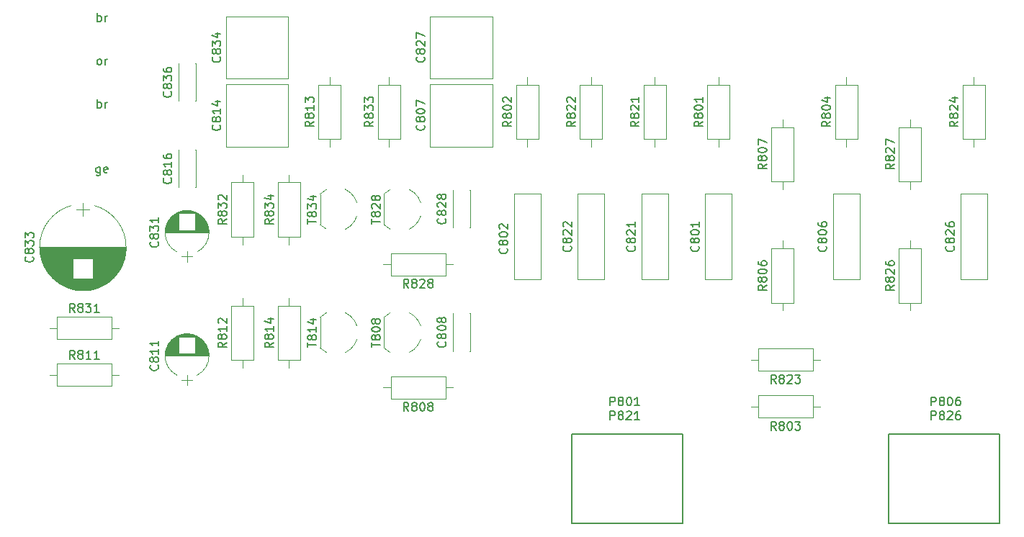
<source format=gto>
G04 #@! TF.GenerationSoftware,KiCad,Pcbnew,(5.1.7)-1*
G04 #@! TF.CreationDate,2022-12-29T19:39:36+01:00*
G04 #@! TF.ProjectId,Klang-Modul,4b6c616e-672d-44d6-9f64-756c2e6b6963,rev?*
G04 #@! TF.SameCoordinates,Original*
G04 #@! TF.FileFunction,Legend,Top*
G04 #@! TF.FilePolarity,Positive*
%FSLAX46Y46*%
G04 Gerber Fmt 4.6, Leading zero omitted, Abs format (unit mm)*
G04 Created by KiCad (PCBNEW (5.1.7)-1) date 2022-12-29 19:39:36*
%MOMM*%
%LPD*%
G01*
G04 APERTURE LIST*
%ADD10C,0.150000*%
%ADD11C,0.120000*%
%ADD12C,1.600000*%
%ADD13R,1.600000X1.600000*%
%ADD14C,2.000000*%
%ADD15R,2.000000X2.000000*%
%ADD16O,1.600000X1.600000*%
%ADD17O,2.000000X1.500000*%
%ADD18O,1.500000X2.000000*%
G04 APERTURE END LIST*
D10*
X146509523Y-78127380D02*
X146509523Y-77127380D01*
X146890476Y-77127380D01*
X146985714Y-77175000D01*
X147033333Y-77222619D01*
X147080952Y-77317857D01*
X147080952Y-77460714D01*
X147033333Y-77555952D01*
X146985714Y-77603571D01*
X146890476Y-77651190D01*
X146509523Y-77651190D01*
X147652380Y-77555952D02*
X147557142Y-77508333D01*
X147509523Y-77460714D01*
X147461904Y-77365476D01*
X147461904Y-77317857D01*
X147509523Y-77222619D01*
X147557142Y-77175000D01*
X147652380Y-77127380D01*
X147842857Y-77127380D01*
X147938095Y-77175000D01*
X147985714Y-77222619D01*
X148033333Y-77317857D01*
X148033333Y-77365476D01*
X147985714Y-77460714D01*
X147938095Y-77508333D01*
X147842857Y-77555952D01*
X147652380Y-77555952D01*
X147557142Y-77603571D01*
X147509523Y-77651190D01*
X147461904Y-77746428D01*
X147461904Y-77936904D01*
X147509523Y-78032142D01*
X147557142Y-78079761D01*
X147652380Y-78127380D01*
X147842857Y-78127380D01*
X147938095Y-78079761D01*
X147985714Y-78032142D01*
X148033333Y-77936904D01*
X148033333Y-77746428D01*
X147985714Y-77651190D01*
X147938095Y-77603571D01*
X147842857Y-77555952D01*
X148652380Y-77127380D02*
X148747619Y-77127380D01*
X148842857Y-77175000D01*
X148890476Y-77222619D01*
X148938095Y-77317857D01*
X148985714Y-77508333D01*
X148985714Y-77746428D01*
X148938095Y-77936904D01*
X148890476Y-78032142D01*
X148842857Y-78079761D01*
X148747619Y-78127380D01*
X148652380Y-78127380D01*
X148557142Y-78079761D01*
X148509523Y-78032142D01*
X148461904Y-77936904D01*
X148414285Y-77746428D01*
X148414285Y-77508333D01*
X148461904Y-77317857D01*
X148509523Y-77222619D01*
X148557142Y-77175000D01*
X148652380Y-77127380D01*
X149842857Y-77127380D02*
X149652380Y-77127380D01*
X149557142Y-77175000D01*
X149509523Y-77222619D01*
X149414285Y-77365476D01*
X149366666Y-77555952D01*
X149366666Y-77936904D01*
X149414285Y-78032142D01*
X149461904Y-78079761D01*
X149557142Y-78127380D01*
X149747619Y-78127380D01*
X149842857Y-78079761D01*
X149890476Y-78032142D01*
X149938095Y-77936904D01*
X149938095Y-77698809D01*
X149890476Y-77603571D01*
X149842857Y-77555952D01*
X149747619Y-77508333D01*
X149557142Y-77508333D01*
X149461904Y-77555952D01*
X149414285Y-77603571D01*
X149366666Y-77698809D01*
X146509523Y-79777380D02*
X146509523Y-78777380D01*
X146890476Y-78777380D01*
X146985714Y-78825000D01*
X147033333Y-78872619D01*
X147080952Y-78967857D01*
X147080952Y-79110714D01*
X147033333Y-79205952D01*
X146985714Y-79253571D01*
X146890476Y-79301190D01*
X146509523Y-79301190D01*
X147652380Y-79205952D02*
X147557142Y-79158333D01*
X147509523Y-79110714D01*
X147461904Y-79015476D01*
X147461904Y-78967857D01*
X147509523Y-78872619D01*
X147557142Y-78825000D01*
X147652380Y-78777380D01*
X147842857Y-78777380D01*
X147938095Y-78825000D01*
X147985714Y-78872619D01*
X148033333Y-78967857D01*
X148033333Y-79015476D01*
X147985714Y-79110714D01*
X147938095Y-79158333D01*
X147842857Y-79205952D01*
X147652380Y-79205952D01*
X147557142Y-79253571D01*
X147509523Y-79301190D01*
X147461904Y-79396428D01*
X147461904Y-79586904D01*
X147509523Y-79682142D01*
X147557142Y-79729761D01*
X147652380Y-79777380D01*
X147842857Y-79777380D01*
X147938095Y-79729761D01*
X147985714Y-79682142D01*
X148033333Y-79586904D01*
X148033333Y-79396428D01*
X147985714Y-79301190D01*
X147938095Y-79253571D01*
X147842857Y-79205952D01*
X148414285Y-78872619D02*
X148461904Y-78825000D01*
X148557142Y-78777380D01*
X148795238Y-78777380D01*
X148890476Y-78825000D01*
X148938095Y-78872619D01*
X148985714Y-78967857D01*
X148985714Y-79063095D01*
X148938095Y-79205952D01*
X148366666Y-79777380D01*
X148985714Y-79777380D01*
X149842857Y-78777380D02*
X149652380Y-78777380D01*
X149557142Y-78825000D01*
X149509523Y-78872619D01*
X149414285Y-79015476D01*
X149366666Y-79205952D01*
X149366666Y-79586904D01*
X149414285Y-79682142D01*
X149461904Y-79729761D01*
X149557142Y-79777380D01*
X149747619Y-79777380D01*
X149842857Y-79729761D01*
X149890476Y-79682142D01*
X149938095Y-79586904D01*
X149938095Y-79348809D01*
X149890476Y-79253571D01*
X149842857Y-79205952D01*
X149747619Y-79158333D01*
X149557142Y-79158333D01*
X149461904Y-79205952D01*
X149414285Y-79253571D01*
X149366666Y-79348809D01*
X48785714Y-50065714D02*
X48785714Y-50875238D01*
X48738095Y-50970476D01*
X48690476Y-51018095D01*
X48595238Y-51065714D01*
X48452380Y-51065714D01*
X48357142Y-51018095D01*
X48785714Y-50684761D02*
X48690476Y-50732380D01*
X48500000Y-50732380D01*
X48404761Y-50684761D01*
X48357142Y-50637142D01*
X48309523Y-50541904D01*
X48309523Y-50256190D01*
X48357142Y-50160952D01*
X48404761Y-50113333D01*
X48500000Y-50065714D01*
X48690476Y-50065714D01*
X48785714Y-50113333D01*
X49642857Y-50684761D02*
X49547619Y-50732380D01*
X49357142Y-50732380D01*
X49261904Y-50684761D01*
X49214285Y-50589523D01*
X49214285Y-50208571D01*
X49261904Y-50113333D01*
X49357142Y-50065714D01*
X49547619Y-50065714D01*
X49642857Y-50113333D01*
X49690476Y-50208571D01*
X49690476Y-50303809D01*
X49214285Y-50399047D01*
X48476190Y-43112380D02*
X48476190Y-42112380D01*
X48476190Y-42493333D02*
X48571428Y-42445714D01*
X48761904Y-42445714D01*
X48857142Y-42493333D01*
X48904761Y-42540952D01*
X48952380Y-42636190D01*
X48952380Y-42921904D01*
X48904761Y-43017142D01*
X48857142Y-43064761D01*
X48761904Y-43112380D01*
X48571428Y-43112380D01*
X48476190Y-43064761D01*
X49380952Y-43112380D02*
X49380952Y-42445714D01*
X49380952Y-42636190D02*
X49428571Y-42540952D01*
X49476190Y-42493333D01*
X49571428Y-42445714D01*
X49666666Y-42445714D01*
X48619047Y-38032380D02*
X48523809Y-37984761D01*
X48476190Y-37937142D01*
X48428571Y-37841904D01*
X48428571Y-37556190D01*
X48476190Y-37460952D01*
X48523809Y-37413333D01*
X48619047Y-37365714D01*
X48761904Y-37365714D01*
X48857142Y-37413333D01*
X48904761Y-37460952D01*
X48952380Y-37556190D01*
X48952380Y-37841904D01*
X48904761Y-37937142D01*
X48857142Y-37984761D01*
X48761904Y-38032380D01*
X48619047Y-38032380D01*
X49380952Y-38032380D02*
X49380952Y-37365714D01*
X49380952Y-37556190D02*
X49428571Y-37460952D01*
X49476190Y-37413333D01*
X49571428Y-37365714D01*
X49666666Y-37365714D01*
X48476190Y-32952380D02*
X48476190Y-31952380D01*
X48476190Y-32333333D02*
X48571428Y-32285714D01*
X48761904Y-32285714D01*
X48857142Y-32333333D01*
X48904761Y-32380952D01*
X48952380Y-32476190D01*
X48952380Y-32761904D01*
X48904761Y-32857142D01*
X48857142Y-32904761D01*
X48761904Y-32952380D01*
X48571428Y-32952380D01*
X48476190Y-32904761D01*
X49380952Y-32952380D02*
X49380952Y-32285714D01*
X49380952Y-32476190D02*
X49428571Y-32380952D01*
X49476190Y-32333333D01*
X49571428Y-32285714D01*
X49666666Y-32285714D01*
X108759523Y-78127380D02*
X108759523Y-77127380D01*
X109140476Y-77127380D01*
X109235714Y-77175000D01*
X109283333Y-77222619D01*
X109330952Y-77317857D01*
X109330952Y-77460714D01*
X109283333Y-77555952D01*
X109235714Y-77603571D01*
X109140476Y-77651190D01*
X108759523Y-77651190D01*
X109902380Y-77555952D02*
X109807142Y-77508333D01*
X109759523Y-77460714D01*
X109711904Y-77365476D01*
X109711904Y-77317857D01*
X109759523Y-77222619D01*
X109807142Y-77175000D01*
X109902380Y-77127380D01*
X110092857Y-77127380D01*
X110188095Y-77175000D01*
X110235714Y-77222619D01*
X110283333Y-77317857D01*
X110283333Y-77365476D01*
X110235714Y-77460714D01*
X110188095Y-77508333D01*
X110092857Y-77555952D01*
X109902380Y-77555952D01*
X109807142Y-77603571D01*
X109759523Y-77651190D01*
X109711904Y-77746428D01*
X109711904Y-77936904D01*
X109759523Y-78032142D01*
X109807142Y-78079761D01*
X109902380Y-78127380D01*
X110092857Y-78127380D01*
X110188095Y-78079761D01*
X110235714Y-78032142D01*
X110283333Y-77936904D01*
X110283333Y-77746428D01*
X110235714Y-77651190D01*
X110188095Y-77603571D01*
X110092857Y-77555952D01*
X110902380Y-77127380D02*
X110997619Y-77127380D01*
X111092857Y-77175000D01*
X111140476Y-77222619D01*
X111188095Y-77317857D01*
X111235714Y-77508333D01*
X111235714Y-77746428D01*
X111188095Y-77936904D01*
X111140476Y-78032142D01*
X111092857Y-78079761D01*
X110997619Y-78127380D01*
X110902380Y-78127380D01*
X110807142Y-78079761D01*
X110759523Y-78032142D01*
X110711904Y-77936904D01*
X110664285Y-77746428D01*
X110664285Y-77508333D01*
X110711904Y-77317857D01*
X110759523Y-77222619D01*
X110807142Y-77175000D01*
X110902380Y-77127380D01*
X112188095Y-78127380D02*
X111616666Y-78127380D01*
X111902380Y-78127380D02*
X111902380Y-77127380D01*
X111807142Y-77270238D01*
X111711904Y-77365476D01*
X111616666Y-77413095D01*
X108759523Y-79777380D02*
X108759523Y-78777380D01*
X109140476Y-78777380D01*
X109235714Y-78825000D01*
X109283333Y-78872619D01*
X109330952Y-78967857D01*
X109330952Y-79110714D01*
X109283333Y-79205952D01*
X109235714Y-79253571D01*
X109140476Y-79301190D01*
X108759523Y-79301190D01*
X109902380Y-79205952D02*
X109807142Y-79158333D01*
X109759523Y-79110714D01*
X109711904Y-79015476D01*
X109711904Y-78967857D01*
X109759523Y-78872619D01*
X109807142Y-78825000D01*
X109902380Y-78777380D01*
X110092857Y-78777380D01*
X110188095Y-78825000D01*
X110235714Y-78872619D01*
X110283333Y-78967857D01*
X110283333Y-79015476D01*
X110235714Y-79110714D01*
X110188095Y-79158333D01*
X110092857Y-79205952D01*
X109902380Y-79205952D01*
X109807142Y-79253571D01*
X109759523Y-79301190D01*
X109711904Y-79396428D01*
X109711904Y-79586904D01*
X109759523Y-79682142D01*
X109807142Y-79729761D01*
X109902380Y-79777380D01*
X110092857Y-79777380D01*
X110188095Y-79729761D01*
X110235714Y-79682142D01*
X110283333Y-79586904D01*
X110283333Y-79396428D01*
X110235714Y-79301190D01*
X110188095Y-79253571D01*
X110092857Y-79205952D01*
X110664285Y-78872619D02*
X110711904Y-78825000D01*
X110807142Y-78777380D01*
X111045238Y-78777380D01*
X111140476Y-78825000D01*
X111188095Y-78872619D01*
X111235714Y-78967857D01*
X111235714Y-79063095D01*
X111188095Y-79205952D01*
X110616666Y-79777380D01*
X111235714Y-79777380D01*
X112188095Y-79777380D02*
X111616666Y-79777380D01*
X111902380Y-79777380D02*
X111902380Y-78777380D01*
X111807142Y-78920238D01*
X111711904Y-79015476D01*
X111616666Y-79063095D01*
D11*
X63590000Y-39660000D02*
X63590000Y-32340000D01*
X70910000Y-39660000D02*
X70910000Y-32340000D01*
X70910000Y-32340000D02*
X63590000Y-32340000D01*
X70910000Y-39660000D02*
X63590000Y-39660000D01*
X94910000Y-40340000D02*
X94910000Y-47660000D01*
X87590000Y-40340000D02*
X87590000Y-47660000D01*
X87590000Y-47660000D02*
X94910000Y-47660000D01*
X87590000Y-40340000D02*
X94910000Y-40340000D01*
X94910000Y-32340000D02*
X94910000Y-39660000D01*
X87590000Y-32340000D02*
X87590000Y-39660000D01*
X87590000Y-39660000D02*
X94910000Y-39660000D01*
X87590000Y-32340000D02*
X94910000Y-32340000D01*
X63590000Y-47660000D02*
X63590000Y-40340000D01*
X70910000Y-47660000D02*
X70910000Y-40340000D01*
X70910000Y-40340000D02*
X63590000Y-40340000D01*
X70910000Y-47660000D02*
X63590000Y-47660000D01*
X58350000Y-60600000D02*
X59650000Y-60600000D01*
X59000000Y-61200000D02*
X59000000Y-60000000D01*
X58646000Y-55189000D02*
X59354000Y-55189000D01*
X58441000Y-55229000D02*
X59559000Y-55229000D01*
X58293000Y-55269000D02*
X59707000Y-55269000D01*
X58171000Y-55309000D02*
X59829000Y-55309000D01*
X58066000Y-55349000D02*
X59934000Y-55349000D01*
X57972000Y-55389000D02*
X60028000Y-55389000D01*
X57888000Y-55429000D02*
X60112000Y-55429000D01*
X57811000Y-55469000D02*
X60189000Y-55469000D01*
X57739000Y-55509000D02*
X60261000Y-55509000D01*
X59980000Y-55549000D02*
X60327000Y-55549000D01*
X57673000Y-55549000D02*
X58020000Y-55549000D01*
X59980000Y-55589000D02*
X60390000Y-55589000D01*
X57610000Y-55589000D02*
X58020000Y-55589000D01*
X59980000Y-55629000D02*
X60448000Y-55629000D01*
X57552000Y-55629000D02*
X58020000Y-55629000D01*
X59980000Y-55669000D02*
X60504000Y-55669000D01*
X57496000Y-55669000D02*
X58020000Y-55669000D01*
X59980000Y-55709000D02*
X60556000Y-55709000D01*
X57444000Y-55709000D02*
X58020000Y-55709000D01*
X59980000Y-55749000D02*
X60606000Y-55749000D01*
X57394000Y-55749000D02*
X58020000Y-55749000D01*
X59980000Y-55789000D02*
X60654000Y-55789000D01*
X57346000Y-55789000D02*
X58020000Y-55789000D01*
X59980000Y-55829000D02*
X60699000Y-55829000D01*
X57301000Y-55829000D02*
X58020000Y-55829000D01*
X59980000Y-55869000D02*
X60742000Y-55869000D01*
X57258000Y-55869000D02*
X58020000Y-55869000D01*
X59980000Y-55909000D02*
X60783000Y-55909000D01*
X57217000Y-55909000D02*
X58020000Y-55909000D01*
X59980000Y-55949000D02*
X60823000Y-55949000D01*
X57177000Y-55949000D02*
X58020000Y-55949000D01*
X59980000Y-55989000D02*
X60861000Y-55989000D01*
X57139000Y-55989000D02*
X58020000Y-55989000D01*
X59980000Y-56029000D02*
X60897000Y-56029000D01*
X57103000Y-56029000D02*
X58020000Y-56029000D01*
X59980000Y-56069000D02*
X60932000Y-56069000D01*
X57068000Y-56069000D02*
X58020000Y-56069000D01*
X59980000Y-56109000D02*
X60965000Y-56109000D01*
X57035000Y-56109000D02*
X58020000Y-56109000D01*
X59980000Y-56149000D02*
X60997000Y-56149000D01*
X57003000Y-56149000D02*
X58020000Y-56149000D01*
X59980000Y-56189000D02*
X61028000Y-56189000D01*
X56972000Y-56189000D02*
X58020000Y-56189000D01*
X59980000Y-56229000D02*
X61058000Y-56229000D01*
X56942000Y-56229000D02*
X58020000Y-56229000D01*
X59980000Y-56269000D02*
X61086000Y-56269000D01*
X56914000Y-56269000D02*
X58020000Y-56269000D01*
X59980000Y-56309000D02*
X61113000Y-56309000D01*
X56887000Y-56309000D02*
X58020000Y-56309000D01*
X59980000Y-56349000D02*
X61140000Y-56349000D01*
X56860000Y-56349000D02*
X58020000Y-56349000D01*
X59980000Y-56389000D02*
X61165000Y-56389000D01*
X56835000Y-56389000D02*
X58020000Y-56389000D01*
X59980000Y-56429000D02*
X61189000Y-56429000D01*
X56811000Y-56429000D02*
X58020000Y-56429000D01*
X59980000Y-56469000D02*
X61212000Y-56469000D01*
X56788000Y-56469000D02*
X58020000Y-56469000D01*
X59980000Y-56509000D02*
X61234000Y-56509000D01*
X56766000Y-56509000D02*
X58020000Y-56509000D01*
X59980000Y-56549000D02*
X61256000Y-56549000D01*
X56744000Y-56549000D02*
X58020000Y-56549000D01*
X59980000Y-56589000D02*
X61276000Y-56589000D01*
X56724000Y-56589000D02*
X58020000Y-56589000D01*
X59980000Y-56629000D02*
X61296000Y-56629000D01*
X56704000Y-56629000D02*
X58020000Y-56629000D01*
X59980000Y-56669000D02*
X61315000Y-56669000D01*
X56685000Y-56669000D02*
X58020000Y-56669000D01*
X59980000Y-56709000D02*
X61333000Y-56709000D01*
X56667000Y-56709000D02*
X58020000Y-56709000D01*
X59980000Y-56749000D02*
X61350000Y-56749000D01*
X56650000Y-56749000D02*
X58020000Y-56749000D01*
X59980000Y-56789000D02*
X61366000Y-56789000D01*
X56634000Y-56789000D02*
X58020000Y-56789000D01*
X59980000Y-56829000D02*
X61382000Y-56829000D01*
X56618000Y-56829000D02*
X58020000Y-56829000D01*
X59980000Y-56869000D02*
X61396000Y-56869000D01*
X56604000Y-56869000D02*
X58020000Y-56869000D01*
X59980000Y-56909000D02*
X61410000Y-56909000D01*
X56590000Y-56909000D02*
X58020000Y-56909000D01*
X59980000Y-56949000D02*
X61424000Y-56949000D01*
X56576000Y-56949000D02*
X58020000Y-56949000D01*
X59980000Y-56989000D02*
X61436000Y-56989000D01*
X56564000Y-56989000D02*
X58020000Y-56989000D01*
X59980000Y-57029000D02*
X61448000Y-57029000D01*
X56552000Y-57029000D02*
X58020000Y-57029000D01*
X59980000Y-57070000D02*
X61460000Y-57070000D01*
X56540000Y-57070000D02*
X58020000Y-57070000D01*
X59980000Y-57110000D02*
X61470000Y-57110000D01*
X56530000Y-57110000D02*
X58020000Y-57110000D01*
X59980000Y-57150000D02*
X61480000Y-57150000D01*
X56520000Y-57150000D02*
X58020000Y-57150000D01*
X59980000Y-57190000D02*
X61489000Y-57190000D01*
X56511000Y-57190000D02*
X58020000Y-57190000D01*
X59980000Y-57230000D02*
X61498000Y-57230000D01*
X56502000Y-57230000D02*
X58020000Y-57230000D01*
X59980000Y-57270000D02*
X61506000Y-57270000D01*
X56494000Y-57270000D02*
X58020000Y-57270000D01*
X59980000Y-57310000D02*
X61513000Y-57310000D01*
X56487000Y-57310000D02*
X58020000Y-57310000D01*
X59980000Y-57350000D02*
X61519000Y-57350000D01*
X56481000Y-57350000D02*
X58020000Y-57350000D01*
X59980000Y-57390000D02*
X61525000Y-57390000D01*
X56475000Y-57390000D02*
X58020000Y-57390000D01*
X59980000Y-57430000D02*
X61531000Y-57430000D01*
X56469000Y-57430000D02*
X58020000Y-57430000D01*
X59980000Y-57470000D02*
X61535000Y-57470000D01*
X56465000Y-57470000D02*
X58020000Y-57470000D01*
X56461000Y-57510000D02*
X61539000Y-57510000D01*
X56457000Y-57550000D02*
X61543000Y-57550000D01*
X56454000Y-57590000D02*
X61546000Y-57590000D01*
X56452000Y-57630000D02*
X61548000Y-57630000D01*
X56451000Y-57670000D02*
X61549000Y-57670000D01*
X56450000Y-57710000D02*
X61550000Y-57710000D01*
X56450000Y-57750000D02*
X61550000Y-57750000D01*
X57820277Y-55444278D02*
G75*
G03*
X57820000Y-60055580I1179723J-2305722D01*
G01*
X60179723Y-55444278D02*
G75*
G02*
X60180000Y-60055580I-1179723J-2305722D01*
G01*
X60179723Y-55444278D02*
G75*
G03*
X57820000Y-55444420I-1179723J-2305722D01*
G01*
X58350000Y-75100000D02*
X59650000Y-75100000D01*
X59000000Y-75700000D02*
X59000000Y-74500000D01*
X58646000Y-69689000D02*
X59354000Y-69689000D01*
X58441000Y-69729000D02*
X59559000Y-69729000D01*
X58293000Y-69769000D02*
X59707000Y-69769000D01*
X58171000Y-69809000D02*
X59829000Y-69809000D01*
X58066000Y-69849000D02*
X59934000Y-69849000D01*
X57972000Y-69889000D02*
X60028000Y-69889000D01*
X57888000Y-69929000D02*
X60112000Y-69929000D01*
X57811000Y-69969000D02*
X60189000Y-69969000D01*
X57739000Y-70009000D02*
X60261000Y-70009000D01*
X59980000Y-70049000D02*
X60327000Y-70049000D01*
X57673000Y-70049000D02*
X58020000Y-70049000D01*
X59980000Y-70089000D02*
X60390000Y-70089000D01*
X57610000Y-70089000D02*
X58020000Y-70089000D01*
X59980000Y-70129000D02*
X60448000Y-70129000D01*
X57552000Y-70129000D02*
X58020000Y-70129000D01*
X59980000Y-70169000D02*
X60504000Y-70169000D01*
X57496000Y-70169000D02*
X58020000Y-70169000D01*
X59980000Y-70209000D02*
X60556000Y-70209000D01*
X57444000Y-70209000D02*
X58020000Y-70209000D01*
X59980000Y-70249000D02*
X60606000Y-70249000D01*
X57394000Y-70249000D02*
X58020000Y-70249000D01*
X59980000Y-70289000D02*
X60654000Y-70289000D01*
X57346000Y-70289000D02*
X58020000Y-70289000D01*
X59980000Y-70329000D02*
X60699000Y-70329000D01*
X57301000Y-70329000D02*
X58020000Y-70329000D01*
X59980000Y-70369000D02*
X60742000Y-70369000D01*
X57258000Y-70369000D02*
X58020000Y-70369000D01*
X59980000Y-70409000D02*
X60783000Y-70409000D01*
X57217000Y-70409000D02*
X58020000Y-70409000D01*
X59980000Y-70449000D02*
X60823000Y-70449000D01*
X57177000Y-70449000D02*
X58020000Y-70449000D01*
X59980000Y-70489000D02*
X60861000Y-70489000D01*
X57139000Y-70489000D02*
X58020000Y-70489000D01*
X59980000Y-70529000D02*
X60897000Y-70529000D01*
X57103000Y-70529000D02*
X58020000Y-70529000D01*
X59980000Y-70569000D02*
X60932000Y-70569000D01*
X57068000Y-70569000D02*
X58020000Y-70569000D01*
X59980000Y-70609000D02*
X60965000Y-70609000D01*
X57035000Y-70609000D02*
X58020000Y-70609000D01*
X59980000Y-70649000D02*
X60997000Y-70649000D01*
X57003000Y-70649000D02*
X58020000Y-70649000D01*
X59980000Y-70689000D02*
X61028000Y-70689000D01*
X56972000Y-70689000D02*
X58020000Y-70689000D01*
X59980000Y-70729000D02*
X61058000Y-70729000D01*
X56942000Y-70729000D02*
X58020000Y-70729000D01*
X59980000Y-70769000D02*
X61086000Y-70769000D01*
X56914000Y-70769000D02*
X58020000Y-70769000D01*
X59980000Y-70809000D02*
X61113000Y-70809000D01*
X56887000Y-70809000D02*
X58020000Y-70809000D01*
X59980000Y-70849000D02*
X61140000Y-70849000D01*
X56860000Y-70849000D02*
X58020000Y-70849000D01*
X59980000Y-70889000D02*
X61165000Y-70889000D01*
X56835000Y-70889000D02*
X58020000Y-70889000D01*
X59980000Y-70929000D02*
X61189000Y-70929000D01*
X56811000Y-70929000D02*
X58020000Y-70929000D01*
X59980000Y-70969000D02*
X61212000Y-70969000D01*
X56788000Y-70969000D02*
X58020000Y-70969000D01*
X59980000Y-71009000D02*
X61234000Y-71009000D01*
X56766000Y-71009000D02*
X58020000Y-71009000D01*
X59980000Y-71049000D02*
X61256000Y-71049000D01*
X56744000Y-71049000D02*
X58020000Y-71049000D01*
X59980000Y-71089000D02*
X61276000Y-71089000D01*
X56724000Y-71089000D02*
X58020000Y-71089000D01*
X59980000Y-71129000D02*
X61296000Y-71129000D01*
X56704000Y-71129000D02*
X58020000Y-71129000D01*
X59980000Y-71169000D02*
X61315000Y-71169000D01*
X56685000Y-71169000D02*
X58020000Y-71169000D01*
X59980000Y-71209000D02*
X61333000Y-71209000D01*
X56667000Y-71209000D02*
X58020000Y-71209000D01*
X59980000Y-71249000D02*
X61350000Y-71249000D01*
X56650000Y-71249000D02*
X58020000Y-71249000D01*
X59980000Y-71289000D02*
X61366000Y-71289000D01*
X56634000Y-71289000D02*
X58020000Y-71289000D01*
X59980000Y-71329000D02*
X61382000Y-71329000D01*
X56618000Y-71329000D02*
X58020000Y-71329000D01*
X59980000Y-71369000D02*
X61396000Y-71369000D01*
X56604000Y-71369000D02*
X58020000Y-71369000D01*
X59980000Y-71409000D02*
X61410000Y-71409000D01*
X56590000Y-71409000D02*
X58020000Y-71409000D01*
X59980000Y-71449000D02*
X61424000Y-71449000D01*
X56576000Y-71449000D02*
X58020000Y-71449000D01*
X59980000Y-71489000D02*
X61436000Y-71489000D01*
X56564000Y-71489000D02*
X58020000Y-71489000D01*
X59980000Y-71529000D02*
X61448000Y-71529000D01*
X56552000Y-71529000D02*
X58020000Y-71529000D01*
X59980000Y-71570000D02*
X61460000Y-71570000D01*
X56540000Y-71570000D02*
X58020000Y-71570000D01*
X59980000Y-71610000D02*
X61470000Y-71610000D01*
X56530000Y-71610000D02*
X58020000Y-71610000D01*
X59980000Y-71650000D02*
X61480000Y-71650000D01*
X56520000Y-71650000D02*
X58020000Y-71650000D01*
X59980000Y-71690000D02*
X61489000Y-71690000D01*
X56511000Y-71690000D02*
X58020000Y-71690000D01*
X59980000Y-71730000D02*
X61498000Y-71730000D01*
X56502000Y-71730000D02*
X58020000Y-71730000D01*
X59980000Y-71770000D02*
X61506000Y-71770000D01*
X56494000Y-71770000D02*
X58020000Y-71770000D01*
X59980000Y-71810000D02*
X61513000Y-71810000D01*
X56487000Y-71810000D02*
X58020000Y-71810000D01*
X59980000Y-71850000D02*
X61519000Y-71850000D01*
X56481000Y-71850000D02*
X58020000Y-71850000D01*
X59980000Y-71890000D02*
X61525000Y-71890000D01*
X56475000Y-71890000D02*
X58020000Y-71890000D01*
X59980000Y-71930000D02*
X61531000Y-71930000D01*
X56469000Y-71930000D02*
X58020000Y-71930000D01*
X59980000Y-71970000D02*
X61535000Y-71970000D01*
X56465000Y-71970000D02*
X58020000Y-71970000D01*
X56461000Y-72010000D02*
X61539000Y-72010000D01*
X56457000Y-72050000D02*
X61543000Y-72050000D01*
X56454000Y-72090000D02*
X61546000Y-72090000D01*
X56452000Y-72130000D02*
X61548000Y-72130000D01*
X56451000Y-72170000D02*
X61549000Y-72170000D01*
X56450000Y-72210000D02*
X61550000Y-72210000D01*
X56450000Y-72250000D02*
X61550000Y-72250000D01*
X57820277Y-69944278D02*
G75*
G03*
X57820000Y-74555580I1179723J-2305722D01*
G01*
X60179723Y-69944278D02*
G75*
G02*
X60180000Y-74555580I-1179723J-2305722D01*
G01*
X60179723Y-69944278D02*
G75*
G03*
X57820000Y-69944420I-1179723J-2305722D01*
G01*
D10*
X141500000Y-81500000D02*
X141500000Y-92000000D01*
X154500000Y-92000000D02*
X141500000Y-92000000D01*
X154500000Y-81500000D02*
X154500000Y-92000000D01*
X154500000Y-81500000D02*
X141500000Y-81500000D01*
X117250000Y-81500000D02*
X104250000Y-81500000D01*
X117250000Y-81500000D02*
X117250000Y-92000000D01*
X117250000Y-92000000D02*
X104250000Y-92000000D01*
X104250000Y-81500000D02*
X104250000Y-92000000D01*
D11*
X59996000Y-37870000D02*
X60010000Y-37870000D01*
X57990000Y-37870000D02*
X58004000Y-37870000D01*
X59996000Y-42290000D02*
X60010000Y-42290000D01*
X57990000Y-42290000D02*
X58004000Y-42290000D01*
X60010000Y-42290000D02*
X60010000Y-37870000D01*
X57990000Y-42290000D02*
X57990000Y-37870000D01*
X90254000Y-57210000D02*
X90240000Y-57210000D01*
X92260000Y-57210000D02*
X92246000Y-57210000D01*
X90254000Y-52790000D02*
X90240000Y-52790000D01*
X92260000Y-52790000D02*
X92246000Y-52790000D01*
X90240000Y-52790000D02*
X90240000Y-57210000D01*
X92260000Y-52790000D02*
X92260000Y-57210000D01*
X58004000Y-52460000D02*
X57990000Y-52460000D01*
X60010000Y-52460000D02*
X59996000Y-52460000D01*
X58004000Y-48040000D02*
X57990000Y-48040000D01*
X60010000Y-48040000D02*
X59996000Y-48040000D01*
X57990000Y-48040000D02*
X57990000Y-52460000D01*
X60010000Y-48040000D02*
X60010000Y-52460000D01*
X90254000Y-71710000D02*
X90240000Y-71710000D01*
X92260000Y-71710000D02*
X92246000Y-71710000D01*
X90254000Y-67290000D02*
X90240000Y-67290000D01*
X92260000Y-67290000D02*
X92246000Y-67290000D01*
X90240000Y-67290000D02*
X90240000Y-71710000D01*
X92260000Y-67290000D02*
X92260000Y-71710000D01*
X149940000Y-53190000D02*
X153060000Y-53190000D01*
X149940000Y-63310000D02*
X153060000Y-63310000D01*
X153060000Y-63310000D02*
X153060000Y-53190000D01*
X149940000Y-63310000D02*
X149940000Y-53190000D01*
X108060000Y-63310000D02*
X104940000Y-63310000D01*
X108060000Y-53190000D02*
X104940000Y-53190000D01*
X104940000Y-53190000D02*
X104940000Y-63310000D01*
X108060000Y-53190000D02*
X108060000Y-63310000D01*
X112440000Y-53190000D02*
X115560000Y-53190000D01*
X112440000Y-63310000D02*
X115560000Y-63310000D01*
X115560000Y-63310000D02*
X115560000Y-53190000D01*
X112440000Y-63310000D02*
X112440000Y-53190000D01*
X134940000Y-53190000D02*
X138060000Y-53190000D01*
X134940000Y-63310000D02*
X138060000Y-63310000D01*
X138060000Y-63310000D02*
X138060000Y-53190000D01*
X134940000Y-63310000D02*
X134940000Y-53190000D01*
X100560000Y-63310000D02*
X97440000Y-63310000D01*
X100560000Y-53190000D02*
X97440000Y-53190000D01*
X97440000Y-53190000D02*
X97440000Y-63310000D01*
X100560000Y-53190000D02*
X100560000Y-63310000D01*
X119940000Y-53190000D02*
X123060000Y-53190000D01*
X119940000Y-63310000D02*
X123060000Y-63310000D01*
X123060000Y-63310000D02*
X123060000Y-53190000D01*
X119940000Y-63310000D02*
X119940000Y-53190000D01*
X47500000Y-55050000D02*
X46000000Y-55050000D01*
X46750000Y-54300000D02*
X46750000Y-55800000D01*
X47029000Y-64581000D02*
X46471000Y-64581000D01*
X47422000Y-64541000D02*
X46078000Y-64541000D01*
X47663000Y-64501000D02*
X45837000Y-64501000D01*
X47854000Y-64461000D02*
X45646000Y-64461000D01*
X48015000Y-64421000D02*
X45485000Y-64421000D01*
X48157000Y-64381000D02*
X45343000Y-64381000D01*
X48286000Y-64341000D02*
X45214000Y-64341000D01*
X48404000Y-64301000D02*
X45096000Y-64301000D01*
X48513000Y-64261000D02*
X44987000Y-64261000D01*
X48616000Y-64221000D02*
X44884000Y-64221000D01*
X48712000Y-64181000D02*
X44788000Y-64181000D01*
X48803000Y-64141000D02*
X44697000Y-64141000D01*
X48890000Y-64101000D02*
X44610000Y-64101000D01*
X48972000Y-64061000D02*
X44528000Y-64061000D01*
X49051000Y-64021000D02*
X44449000Y-64021000D01*
X49127000Y-63981000D02*
X44373000Y-63981000D01*
X49199000Y-63941000D02*
X44301000Y-63941000D01*
X49269000Y-63901000D02*
X44231000Y-63901000D01*
X49337000Y-63861000D02*
X44163000Y-63861000D01*
X49402000Y-63821000D02*
X44098000Y-63821000D01*
X49465000Y-63781000D02*
X44035000Y-63781000D01*
X49527000Y-63741000D02*
X43973000Y-63741000D01*
X49586000Y-63701000D02*
X43914000Y-63701000D01*
X49644000Y-63661000D02*
X43856000Y-63661000D01*
X49699000Y-63621000D02*
X43801000Y-63621000D01*
X49754000Y-63581000D02*
X43746000Y-63581000D01*
X49807000Y-63541000D02*
X43693000Y-63541000D01*
X49858000Y-63501000D02*
X43642000Y-63501000D01*
X49908000Y-63461000D02*
X43592000Y-63461000D01*
X49957000Y-63421000D02*
X43543000Y-63421000D01*
X50005000Y-63381000D02*
X43495000Y-63381000D01*
X50052000Y-63341000D02*
X43448000Y-63341000D01*
X50097000Y-63301000D02*
X43403000Y-63301000D01*
X50141000Y-63261000D02*
X43359000Y-63261000D01*
X50185000Y-63221000D02*
X43315000Y-63221000D01*
X50227000Y-63181000D02*
X43273000Y-63181000D01*
X45569000Y-63141000D02*
X43232000Y-63141000D01*
X50268000Y-63141000D02*
X47931000Y-63141000D01*
X45569000Y-63101000D02*
X43191000Y-63101000D01*
X50309000Y-63101000D02*
X47931000Y-63101000D01*
X45569000Y-63061000D02*
X43152000Y-63061000D01*
X50348000Y-63061000D02*
X47931000Y-63061000D01*
X45569000Y-63021000D02*
X43113000Y-63021000D01*
X50387000Y-63021000D02*
X47931000Y-63021000D01*
X45569000Y-62981000D02*
X43075000Y-62981000D01*
X50425000Y-62981000D02*
X47931000Y-62981000D01*
X45569000Y-62941000D02*
X43038000Y-62941000D01*
X50462000Y-62941000D02*
X47931000Y-62941000D01*
X45569000Y-62901000D02*
X43002000Y-62901000D01*
X50498000Y-62901000D02*
X47931000Y-62901000D01*
X45569000Y-62861000D02*
X42966000Y-62861000D01*
X50534000Y-62861000D02*
X47931000Y-62861000D01*
X45569000Y-62821000D02*
X42931000Y-62821000D01*
X50569000Y-62821000D02*
X47931000Y-62821000D01*
X45569000Y-62781000D02*
X42897000Y-62781000D01*
X50603000Y-62781000D02*
X47931000Y-62781000D01*
X45569000Y-62741000D02*
X42864000Y-62741000D01*
X50636000Y-62741000D02*
X47931000Y-62741000D01*
X45569000Y-62701000D02*
X42831000Y-62701000D01*
X50669000Y-62701000D02*
X47931000Y-62701000D01*
X45569000Y-62661000D02*
X42799000Y-62661000D01*
X50701000Y-62661000D02*
X47931000Y-62661000D01*
X45569000Y-62621000D02*
X42768000Y-62621000D01*
X50732000Y-62621000D02*
X47931000Y-62621000D01*
X45569000Y-62581000D02*
X42737000Y-62581000D01*
X50763000Y-62581000D02*
X47931000Y-62581000D01*
X45569000Y-62541000D02*
X42707000Y-62541000D01*
X50793000Y-62541000D02*
X47931000Y-62541000D01*
X45569000Y-62501000D02*
X42678000Y-62501000D01*
X50822000Y-62501000D02*
X47931000Y-62501000D01*
X45569000Y-62461000D02*
X42649000Y-62461000D01*
X50851000Y-62461000D02*
X47931000Y-62461000D01*
X45569000Y-62421000D02*
X42620000Y-62421000D01*
X50880000Y-62421000D02*
X47931000Y-62421000D01*
X45569000Y-62381000D02*
X42593000Y-62381000D01*
X50907000Y-62381000D02*
X47931000Y-62381000D01*
X45569000Y-62341000D02*
X42565000Y-62341000D01*
X50935000Y-62341000D02*
X47931000Y-62341000D01*
X45569000Y-62301000D02*
X42539000Y-62301000D01*
X50961000Y-62301000D02*
X47931000Y-62301000D01*
X45569000Y-62261000D02*
X42513000Y-62261000D01*
X50987000Y-62261000D02*
X47931000Y-62261000D01*
X45569000Y-62221000D02*
X42487000Y-62221000D01*
X51013000Y-62221000D02*
X47931000Y-62221000D01*
X45569000Y-62181000D02*
X42462000Y-62181000D01*
X51038000Y-62181000D02*
X47931000Y-62181000D01*
X45569000Y-62141000D02*
X42438000Y-62141000D01*
X51062000Y-62141000D02*
X47931000Y-62141000D01*
X45569000Y-62101000D02*
X42414000Y-62101000D01*
X51086000Y-62101000D02*
X47931000Y-62101000D01*
X45569000Y-62061000D02*
X42390000Y-62061000D01*
X51110000Y-62061000D02*
X47931000Y-62061000D01*
X45569000Y-62021000D02*
X42367000Y-62021000D01*
X51133000Y-62021000D02*
X47931000Y-62021000D01*
X45569000Y-61981000D02*
X42345000Y-61981000D01*
X51155000Y-61981000D02*
X47931000Y-61981000D01*
X45569000Y-61941000D02*
X42322000Y-61941000D01*
X51178000Y-61941000D02*
X47931000Y-61941000D01*
X45569000Y-61901000D02*
X42301000Y-61901000D01*
X51199000Y-61901000D02*
X47931000Y-61901000D01*
X45569000Y-61861000D02*
X42280000Y-61861000D01*
X51220000Y-61861000D02*
X47931000Y-61861000D01*
X45569000Y-61821000D02*
X42259000Y-61821000D01*
X51241000Y-61821000D02*
X47931000Y-61821000D01*
X45569000Y-61781000D02*
X42239000Y-61781000D01*
X51261000Y-61781000D02*
X47931000Y-61781000D01*
X45569000Y-61741000D02*
X42219000Y-61741000D01*
X51281000Y-61741000D02*
X47931000Y-61741000D01*
X45569000Y-61701000D02*
X42200000Y-61701000D01*
X51300000Y-61701000D02*
X47931000Y-61701000D01*
X45569000Y-61661000D02*
X42181000Y-61661000D01*
X51319000Y-61661000D02*
X47931000Y-61661000D01*
X45569000Y-61621000D02*
X42162000Y-61621000D01*
X51338000Y-61621000D02*
X47931000Y-61621000D01*
X45569000Y-61581000D02*
X42144000Y-61581000D01*
X51356000Y-61581000D02*
X47931000Y-61581000D01*
X45569000Y-61541000D02*
X42126000Y-61541000D01*
X51374000Y-61541000D02*
X47931000Y-61541000D01*
X45569000Y-61501000D02*
X42109000Y-61501000D01*
X51391000Y-61501000D02*
X47931000Y-61501000D01*
X45569000Y-61461000D02*
X42092000Y-61461000D01*
X51408000Y-61461000D02*
X47931000Y-61461000D01*
X45569000Y-61421000D02*
X42076000Y-61421000D01*
X51424000Y-61421000D02*
X47931000Y-61421000D01*
X45569000Y-61381000D02*
X42059000Y-61381000D01*
X51441000Y-61381000D02*
X47931000Y-61381000D01*
X45569000Y-61341000D02*
X42044000Y-61341000D01*
X51456000Y-61341000D02*
X47931000Y-61341000D01*
X45569000Y-61301000D02*
X42028000Y-61301000D01*
X51472000Y-61301000D02*
X47931000Y-61301000D01*
X45569000Y-61261000D02*
X42013000Y-61261000D01*
X51487000Y-61261000D02*
X47931000Y-61261000D01*
X45569000Y-61221000D02*
X41999000Y-61221000D01*
X51501000Y-61221000D02*
X47931000Y-61221000D01*
X45569000Y-61181000D02*
X41985000Y-61181000D01*
X51515000Y-61181000D02*
X47931000Y-61181000D01*
X45569000Y-61141000D02*
X41971000Y-61141000D01*
X51529000Y-61141000D02*
X47931000Y-61141000D01*
X45569000Y-61101000D02*
X41958000Y-61101000D01*
X51542000Y-61101000D02*
X47931000Y-61101000D01*
X45569000Y-61061000D02*
X41944000Y-61061000D01*
X51556000Y-61061000D02*
X47931000Y-61061000D01*
X45569000Y-61021000D02*
X41932000Y-61021000D01*
X51568000Y-61021000D02*
X47931000Y-61021000D01*
X45569000Y-60981000D02*
X41919000Y-60981000D01*
X51581000Y-60981000D02*
X47931000Y-60981000D01*
X45569000Y-60941000D02*
X41907000Y-60941000D01*
X51593000Y-60941000D02*
X47931000Y-60941000D01*
X45569000Y-60901000D02*
X41896000Y-60901000D01*
X51604000Y-60901000D02*
X47931000Y-60901000D01*
X45569000Y-60861000D02*
X41885000Y-60861000D01*
X51615000Y-60861000D02*
X47931000Y-60861000D01*
X45569000Y-60821000D02*
X41874000Y-60821000D01*
X51626000Y-60821000D02*
X47931000Y-60821000D01*
X51637000Y-60781000D02*
X41863000Y-60781000D01*
X51647000Y-60741000D02*
X41853000Y-60741000D01*
X51657000Y-60701000D02*
X41843000Y-60701000D01*
X51667000Y-60661000D02*
X41833000Y-60661000D01*
X51676000Y-60621000D02*
X41824000Y-60621000D01*
X51685000Y-60581000D02*
X41815000Y-60581000D01*
X51693000Y-60541000D02*
X41807000Y-60541000D01*
X51701000Y-60501000D02*
X41799000Y-60501000D01*
X51709000Y-60461000D02*
X41791000Y-60461000D01*
X51717000Y-60421000D02*
X41783000Y-60421000D01*
X51724000Y-60381000D02*
X41776000Y-60381000D01*
X51731000Y-60341000D02*
X41769000Y-60341000D01*
X51737000Y-60301000D02*
X41763000Y-60301000D01*
X51743000Y-60261000D02*
X41757000Y-60261000D01*
X51749000Y-60221000D02*
X41751000Y-60221000D01*
X51755000Y-60180000D02*
X41745000Y-60180000D01*
X51760000Y-60140000D02*
X41740000Y-60140000D01*
X51765000Y-60100000D02*
X41735000Y-60100000D01*
X51770000Y-60060000D02*
X41730000Y-60060000D01*
X51774000Y-60020000D02*
X41726000Y-60020000D01*
X51778000Y-59980000D02*
X41722000Y-59980000D01*
X51781000Y-59940000D02*
X41719000Y-59940000D01*
X51785000Y-59900000D02*
X41715000Y-59900000D01*
X51788000Y-59860000D02*
X41712000Y-59860000D01*
X51790000Y-59820000D02*
X41710000Y-59820000D01*
X51793000Y-59780000D02*
X41707000Y-59780000D01*
X51795000Y-59740000D02*
X41705000Y-59740000D01*
X51797000Y-59700000D02*
X41703000Y-59700000D01*
X51798000Y-59660000D02*
X41702000Y-59660000D01*
X51799000Y-59620000D02*
X41701000Y-59620000D01*
X51800000Y-59580000D02*
X41700000Y-59580000D01*
X51800000Y-59540000D02*
X41700000Y-59540000D01*
X51800000Y-59500000D02*
X41700000Y-59500000D01*
X48133264Y-64398437D02*
G75*
G03*
X48130000Y-54600643I-1383264J4898437D01*
G01*
X45366736Y-64398437D02*
G75*
G02*
X45370000Y-54600643I1383264J4898437D01*
G01*
X45366736Y-64398437D02*
G75*
G03*
X48130000Y-64399357I1383264J4898437D01*
G01*
X42820000Y-69000000D02*
X43710000Y-69000000D01*
X51020000Y-69000000D02*
X50130000Y-69000000D01*
X43710000Y-70310000D02*
X50130000Y-70310000D01*
X43710000Y-67690000D02*
X43710000Y-70310000D01*
X50130000Y-67690000D02*
X43710000Y-67690000D01*
X50130000Y-70310000D02*
X50130000Y-67690000D01*
X74650000Y-53240000D02*
X74650000Y-56840000D01*
X75377205Y-52715816D02*
G75*
G03*
X74650000Y-53240000I1122795J-2324184D01*
G01*
X77598807Y-52683600D02*
G75*
G02*
X79100000Y-55040000I-1098807J-2356400D01*
G01*
X77598807Y-57396400D02*
G75*
G03*
X79100000Y-55040000I-1098807J2356400D01*
G01*
X75377205Y-57364184D02*
G75*
G02*
X74650000Y-56840000I1122795J2324184D01*
G01*
X82150000Y-53240000D02*
X82150000Y-56840000D01*
X82877205Y-52715816D02*
G75*
G03*
X82150000Y-53240000I1122795J-2324184D01*
G01*
X85098807Y-52683600D02*
G75*
G02*
X86600000Y-55040000I-1098807J-2356400D01*
G01*
X85098807Y-57396400D02*
G75*
G03*
X86600000Y-55040000I-1098807J2356400D01*
G01*
X82877205Y-57364184D02*
G75*
G02*
X82150000Y-56840000I1122795J2324184D01*
G01*
X74650000Y-67740000D02*
X74650000Y-71340000D01*
X75377205Y-67215816D02*
G75*
G03*
X74650000Y-67740000I1122795J-2324184D01*
G01*
X77598807Y-67183600D02*
G75*
G02*
X79100000Y-69540000I-1098807J-2356400D01*
G01*
X77598807Y-71896400D02*
G75*
G03*
X79100000Y-69540000I-1098807J2356400D01*
G01*
X75377205Y-71864184D02*
G75*
G02*
X74650000Y-71340000I1122795J2324184D01*
G01*
X82150000Y-67740000D02*
X82150000Y-71340000D01*
X82877205Y-67215816D02*
G75*
G03*
X82150000Y-67740000I1122795J-2324184D01*
G01*
X85098807Y-67183600D02*
G75*
G02*
X86600000Y-69540000I-1098807J-2356400D01*
G01*
X85098807Y-71896400D02*
G75*
G03*
X86600000Y-69540000I-1098807J2356400D01*
G01*
X82877205Y-71864184D02*
G75*
G02*
X82150000Y-71340000I1122795J2324184D01*
G01*
X71000000Y-59180000D02*
X71000000Y-58290000D01*
X71000000Y-50980000D02*
X71000000Y-51870000D01*
X72310000Y-58290000D02*
X72310000Y-51870000D01*
X69690000Y-58290000D02*
X72310000Y-58290000D01*
X69690000Y-51870000D02*
X69690000Y-58290000D01*
X72310000Y-51870000D02*
X69690000Y-51870000D01*
X82750000Y-47680000D02*
X82750000Y-46790000D01*
X82750000Y-39480000D02*
X82750000Y-40370000D01*
X84060000Y-46790000D02*
X84060000Y-40370000D01*
X81440000Y-46790000D02*
X84060000Y-46790000D01*
X81440000Y-40370000D02*
X81440000Y-46790000D01*
X84060000Y-40370000D02*
X81440000Y-40370000D01*
X144000000Y-52680000D02*
X144000000Y-51790000D01*
X144000000Y-44480000D02*
X144000000Y-45370000D01*
X145310000Y-51790000D02*
X145310000Y-45370000D01*
X142690000Y-51790000D02*
X145310000Y-51790000D01*
X142690000Y-45370000D02*
X142690000Y-51790000D01*
X145310000Y-45370000D02*
X142690000Y-45370000D01*
X106500000Y-47680000D02*
X106500000Y-46790000D01*
X106500000Y-39480000D02*
X106500000Y-40370000D01*
X107810000Y-46790000D02*
X107810000Y-40370000D01*
X105190000Y-46790000D02*
X107810000Y-46790000D01*
X105190000Y-40370000D02*
X105190000Y-46790000D01*
X107810000Y-40370000D02*
X105190000Y-40370000D01*
X114000000Y-39480000D02*
X114000000Y-40370000D01*
X114000000Y-47680000D02*
X114000000Y-46790000D01*
X112690000Y-40370000D02*
X112690000Y-46790000D01*
X115310000Y-40370000D02*
X112690000Y-40370000D01*
X115310000Y-46790000D02*
X115310000Y-40370000D01*
X112690000Y-46790000D02*
X115310000Y-46790000D01*
X75750000Y-47680000D02*
X75750000Y-46790000D01*
X75750000Y-39480000D02*
X75750000Y-40370000D01*
X77060000Y-46790000D02*
X77060000Y-40370000D01*
X74440000Y-46790000D02*
X77060000Y-46790000D01*
X74440000Y-40370000D02*
X74440000Y-46790000D01*
X77060000Y-40370000D02*
X74440000Y-40370000D01*
X129000000Y-52680000D02*
X129000000Y-51790000D01*
X129000000Y-44480000D02*
X129000000Y-45370000D01*
X130310000Y-51790000D02*
X130310000Y-45370000D01*
X127690000Y-51790000D02*
X130310000Y-51790000D01*
X127690000Y-45370000D02*
X127690000Y-51790000D01*
X130310000Y-45370000D02*
X127690000Y-45370000D01*
X136500000Y-39480000D02*
X136500000Y-40370000D01*
X136500000Y-47680000D02*
X136500000Y-46790000D01*
X135190000Y-40370000D02*
X135190000Y-46790000D01*
X137810000Y-40370000D02*
X135190000Y-40370000D01*
X137810000Y-46790000D02*
X137810000Y-40370000D01*
X135190000Y-46790000D02*
X137810000Y-46790000D01*
X99000000Y-47680000D02*
X99000000Y-46790000D01*
X99000000Y-39480000D02*
X99000000Y-40370000D01*
X100310000Y-46790000D02*
X100310000Y-40370000D01*
X97690000Y-46790000D02*
X100310000Y-46790000D01*
X97690000Y-40370000D02*
X97690000Y-46790000D01*
X100310000Y-40370000D02*
X97690000Y-40370000D01*
X121500000Y-39480000D02*
X121500000Y-40370000D01*
X121500000Y-47680000D02*
X121500000Y-46790000D01*
X120190000Y-40370000D02*
X120190000Y-46790000D01*
X122810000Y-40370000D02*
X120190000Y-40370000D01*
X122810000Y-46790000D02*
X122810000Y-40370000D01*
X120190000Y-46790000D02*
X122810000Y-46790000D01*
X144000000Y-66930000D02*
X144000000Y-66040000D01*
X144000000Y-58730000D02*
X144000000Y-59620000D01*
X145310000Y-66040000D02*
X145310000Y-59620000D01*
X142690000Y-66040000D02*
X145310000Y-66040000D01*
X142690000Y-59620000D02*
X142690000Y-66040000D01*
X145310000Y-59620000D02*
X142690000Y-59620000D01*
X129000000Y-66930000D02*
X129000000Y-66040000D01*
X129000000Y-58730000D02*
X129000000Y-59620000D01*
X130310000Y-66040000D02*
X130310000Y-59620000D01*
X127690000Y-66040000D02*
X130310000Y-66040000D01*
X127690000Y-59620000D02*
X127690000Y-66040000D01*
X130310000Y-59620000D02*
X127690000Y-59620000D01*
X65500000Y-59180000D02*
X65500000Y-58290000D01*
X65500000Y-50980000D02*
X65500000Y-51870000D01*
X66810000Y-58290000D02*
X66810000Y-51870000D01*
X64190000Y-58290000D02*
X66810000Y-58290000D01*
X64190000Y-51870000D02*
X64190000Y-58290000D01*
X66810000Y-51870000D02*
X64190000Y-51870000D01*
X82070000Y-61500000D02*
X82960000Y-61500000D01*
X90270000Y-61500000D02*
X89380000Y-61500000D01*
X82960000Y-62810000D02*
X89380000Y-62810000D01*
X82960000Y-60190000D02*
X82960000Y-62810000D01*
X89380000Y-60190000D02*
X82960000Y-60190000D01*
X89380000Y-62810000D02*
X89380000Y-60190000D01*
X125275000Y-72750000D02*
X126165000Y-72750000D01*
X133475000Y-72750000D02*
X132585000Y-72750000D01*
X126165000Y-74060000D02*
X132585000Y-74060000D01*
X126165000Y-71440000D02*
X126165000Y-74060000D01*
X132585000Y-71440000D02*
X126165000Y-71440000D01*
X132585000Y-74060000D02*
X132585000Y-71440000D01*
X71000000Y-73680000D02*
X71000000Y-72790000D01*
X71000000Y-65480000D02*
X71000000Y-66370000D01*
X72310000Y-72790000D02*
X72310000Y-66370000D01*
X69690000Y-72790000D02*
X72310000Y-72790000D01*
X69690000Y-66370000D02*
X69690000Y-72790000D01*
X72310000Y-66370000D02*
X69690000Y-66370000D01*
X65500000Y-73680000D02*
X65500000Y-72790000D01*
X65500000Y-65480000D02*
X65500000Y-66370000D01*
X66810000Y-72790000D02*
X66810000Y-66370000D01*
X64190000Y-72790000D02*
X66810000Y-72790000D01*
X64190000Y-66370000D02*
X64190000Y-72790000D01*
X66810000Y-66370000D02*
X64190000Y-66370000D01*
X42820000Y-74500000D02*
X43710000Y-74500000D01*
X51020000Y-74500000D02*
X50130000Y-74500000D01*
X43710000Y-75810000D02*
X50130000Y-75810000D01*
X43710000Y-73190000D02*
X43710000Y-75810000D01*
X50130000Y-73190000D02*
X43710000Y-73190000D01*
X50130000Y-75810000D02*
X50130000Y-73190000D01*
X82070000Y-76000000D02*
X82960000Y-76000000D01*
X90270000Y-76000000D02*
X89380000Y-76000000D01*
X82960000Y-77310000D02*
X89380000Y-77310000D01*
X82960000Y-74690000D02*
X82960000Y-77310000D01*
X89380000Y-74690000D02*
X82960000Y-74690000D01*
X89380000Y-77310000D02*
X89380000Y-74690000D01*
X125275000Y-78250000D02*
X126165000Y-78250000D01*
X133475000Y-78250000D02*
X132585000Y-78250000D01*
X126165000Y-79560000D02*
X132585000Y-79560000D01*
X126165000Y-76940000D02*
X126165000Y-79560000D01*
X132585000Y-76940000D02*
X126165000Y-76940000D01*
X132585000Y-79560000D02*
X132585000Y-76940000D01*
X151500000Y-39480000D02*
X151500000Y-40370000D01*
X151500000Y-47680000D02*
X151500000Y-46790000D01*
X150190000Y-40370000D02*
X150190000Y-46790000D01*
X152810000Y-40370000D02*
X150190000Y-40370000D01*
X152810000Y-46790000D02*
X152810000Y-40370000D01*
X150190000Y-46790000D02*
X152810000Y-46790000D01*
D10*
X62857142Y-37119047D02*
X62904761Y-37166666D01*
X62952380Y-37309523D01*
X62952380Y-37404761D01*
X62904761Y-37547619D01*
X62809523Y-37642857D01*
X62714285Y-37690476D01*
X62523809Y-37738095D01*
X62380952Y-37738095D01*
X62190476Y-37690476D01*
X62095238Y-37642857D01*
X62000000Y-37547619D01*
X61952380Y-37404761D01*
X61952380Y-37309523D01*
X62000000Y-37166666D01*
X62047619Y-37119047D01*
X62380952Y-36547619D02*
X62333333Y-36642857D01*
X62285714Y-36690476D01*
X62190476Y-36738095D01*
X62142857Y-36738095D01*
X62047619Y-36690476D01*
X62000000Y-36642857D01*
X61952380Y-36547619D01*
X61952380Y-36357142D01*
X62000000Y-36261904D01*
X62047619Y-36214285D01*
X62142857Y-36166666D01*
X62190476Y-36166666D01*
X62285714Y-36214285D01*
X62333333Y-36261904D01*
X62380952Y-36357142D01*
X62380952Y-36547619D01*
X62428571Y-36642857D01*
X62476190Y-36690476D01*
X62571428Y-36738095D01*
X62761904Y-36738095D01*
X62857142Y-36690476D01*
X62904761Y-36642857D01*
X62952380Y-36547619D01*
X62952380Y-36357142D01*
X62904761Y-36261904D01*
X62857142Y-36214285D01*
X62761904Y-36166666D01*
X62571428Y-36166666D01*
X62476190Y-36214285D01*
X62428571Y-36261904D01*
X62380952Y-36357142D01*
X61952380Y-35833333D02*
X61952380Y-35214285D01*
X62333333Y-35547619D01*
X62333333Y-35404761D01*
X62380952Y-35309523D01*
X62428571Y-35261904D01*
X62523809Y-35214285D01*
X62761904Y-35214285D01*
X62857142Y-35261904D01*
X62904761Y-35309523D01*
X62952380Y-35404761D01*
X62952380Y-35690476D01*
X62904761Y-35785714D01*
X62857142Y-35833333D01*
X62285714Y-34357142D02*
X62952380Y-34357142D01*
X61904761Y-34595238D02*
X62619047Y-34833333D01*
X62619047Y-34214285D01*
X86857142Y-45119047D02*
X86904761Y-45166666D01*
X86952380Y-45309523D01*
X86952380Y-45404761D01*
X86904761Y-45547619D01*
X86809523Y-45642857D01*
X86714285Y-45690476D01*
X86523809Y-45738095D01*
X86380952Y-45738095D01*
X86190476Y-45690476D01*
X86095238Y-45642857D01*
X86000000Y-45547619D01*
X85952380Y-45404761D01*
X85952380Y-45309523D01*
X86000000Y-45166666D01*
X86047619Y-45119047D01*
X86380952Y-44547619D02*
X86333333Y-44642857D01*
X86285714Y-44690476D01*
X86190476Y-44738095D01*
X86142857Y-44738095D01*
X86047619Y-44690476D01*
X86000000Y-44642857D01*
X85952380Y-44547619D01*
X85952380Y-44357142D01*
X86000000Y-44261904D01*
X86047619Y-44214285D01*
X86142857Y-44166666D01*
X86190476Y-44166666D01*
X86285714Y-44214285D01*
X86333333Y-44261904D01*
X86380952Y-44357142D01*
X86380952Y-44547619D01*
X86428571Y-44642857D01*
X86476190Y-44690476D01*
X86571428Y-44738095D01*
X86761904Y-44738095D01*
X86857142Y-44690476D01*
X86904761Y-44642857D01*
X86952380Y-44547619D01*
X86952380Y-44357142D01*
X86904761Y-44261904D01*
X86857142Y-44214285D01*
X86761904Y-44166666D01*
X86571428Y-44166666D01*
X86476190Y-44214285D01*
X86428571Y-44261904D01*
X86380952Y-44357142D01*
X85952380Y-43547619D02*
X85952380Y-43452380D01*
X86000000Y-43357142D01*
X86047619Y-43309523D01*
X86142857Y-43261904D01*
X86333333Y-43214285D01*
X86571428Y-43214285D01*
X86761904Y-43261904D01*
X86857142Y-43309523D01*
X86904761Y-43357142D01*
X86952380Y-43452380D01*
X86952380Y-43547619D01*
X86904761Y-43642857D01*
X86857142Y-43690476D01*
X86761904Y-43738095D01*
X86571428Y-43785714D01*
X86333333Y-43785714D01*
X86142857Y-43738095D01*
X86047619Y-43690476D01*
X86000000Y-43642857D01*
X85952380Y-43547619D01*
X85952380Y-42880952D02*
X85952380Y-42214285D01*
X86952380Y-42642857D01*
X86857142Y-37119047D02*
X86904761Y-37166666D01*
X86952380Y-37309523D01*
X86952380Y-37404761D01*
X86904761Y-37547619D01*
X86809523Y-37642857D01*
X86714285Y-37690476D01*
X86523809Y-37738095D01*
X86380952Y-37738095D01*
X86190476Y-37690476D01*
X86095238Y-37642857D01*
X86000000Y-37547619D01*
X85952380Y-37404761D01*
X85952380Y-37309523D01*
X86000000Y-37166666D01*
X86047619Y-37119047D01*
X86380952Y-36547619D02*
X86333333Y-36642857D01*
X86285714Y-36690476D01*
X86190476Y-36738095D01*
X86142857Y-36738095D01*
X86047619Y-36690476D01*
X86000000Y-36642857D01*
X85952380Y-36547619D01*
X85952380Y-36357142D01*
X86000000Y-36261904D01*
X86047619Y-36214285D01*
X86142857Y-36166666D01*
X86190476Y-36166666D01*
X86285714Y-36214285D01*
X86333333Y-36261904D01*
X86380952Y-36357142D01*
X86380952Y-36547619D01*
X86428571Y-36642857D01*
X86476190Y-36690476D01*
X86571428Y-36738095D01*
X86761904Y-36738095D01*
X86857142Y-36690476D01*
X86904761Y-36642857D01*
X86952380Y-36547619D01*
X86952380Y-36357142D01*
X86904761Y-36261904D01*
X86857142Y-36214285D01*
X86761904Y-36166666D01*
X86571428Y-36166666D01*
X86476190Y-36214285D01*
X86428571Y-36261904D01*
X86380952Y-36357142D01*
X86047619Y-35785714D02*
X86000000Y-35738095D01*
X85952380Y-35642857D01*
X85952380Y-35404761D01*
X86000000Y-35309523D01*
X86047619Y-35261904D01*
X86142857Y-35214285D01*
X86238095Y-35214285D01*
X86380952Y-35261904D01*
X86952380Y-35833333D01*
X86952380Y-35214285D01*
X85952380Y-34880952D02*
X85952380Y-34214285D01*
X86952380Y-34642857D01*
X62857142Y-45119047D02*
X62904761Y-45166666D01*
X62952380Y-45309523D01*
X62952380Y-45404761D01*
X62904761Y-45547619D01*
X62809523Y-45642857D01*
X62714285Y-45690476D01*
X62523809Y-45738095D01*
X62380952Y-45738095D01*
X62190476Y-45690476D01*
X62095238Y-45642857D01*
X62000000Y-45547619D01*
X61952380Y-45404761D01*
X61952380Y-45309523D01*
X62000000Y-45166666D01*
X62047619Y-45119047D01*
X62380952Y-44547619D02*
X62333333Y-44642857D01*
X62285714Y-44690476D01*
X62190476Y-44738095D01*
X62142857Y-44738095D01*
X62047619Y-44690476D01*
X62000000Y-44642857D01*
X61952380Y-44547619D01*
X61952380Y-44357142D01*
X62000000Y-44261904D01*
X62047619Y-44214285D01*
X62142857Y-44166666D01*
X62190476Y-44166666D01*
X62285714Y-44214285D01*
X62333333Y-44261904D01*
X62380952Y-44357142D01*
X62380952Y-44547619D01*
X62428571Y-44642857D01*
X62476190Y-44690476D01*
X62571428Y-44738095D01*
X62761904Y-44738095D01*
X62857142Y-44690476D01*
X62904761Y-44642857D01*
X62952380Y-44547619D01*
X62952380Y-44357142D01*
X62904761Y-44261904D01*
X62857142Y-44214285D01*
X62761904Y-44166666D01*
X62571428Y-44166666D01*
X62476190Y-44214285D01*
X62428571Y-44261904D01*
X62380952Y-44357142D01*
X62952380Y-43214285D02*
X62952380Y-43785714D01*
X62952380Y-43500000D02*
X61952380Y-43500000D01*
X62095238Y-43595238D01*
X62190476Y-43690476D01*
X62238095Y-43785714D01*
X62285714Y-42357142D02*
X62952380Y-42357142D01*
X61904761Y-42595238D02*
X62619047Y-42833333D01*
X62619047Y-42214285D01*
X55547142Y-58869047D02*
X55594761Y-58916666D01*
X55642380Y-59059523D01*
X55642380Y-59154761D01*
X55594761Y-59297619D01*
X55499523Y-59392857D01*
X55404285Y-59440476D01*
X55213809Y-59488095D01*
X55070952Y-59488095D01*
X54880476Y-59440476D01*
X54785238Y-59392857D01*
X54690000Y-59297619D01*
X54642380Y-59154761D01*
X54642380Y-59059523D01*
X54690000Y-58916666D01*
X54737619Y-58869047D01*
X55070952Y-58297619D02*
X55023333Y-58392857D01*
X54975714Y-58440476D01*
X54880476Y-58488095D01*
X54832857Y-58488095D01*
X54737619Y-58440476D01*
X54690000Y-58392857D01*
X54642380Y-58297619D01*
X54642380Y-58107142D01*
X54690000Y-58011904D01*
X54737619Y-57964285D01*
X54832857Y-57916666D01*
X54880476Y-57916666D01*
X54975714Y-57964285D01*
X55023333Y-58011904D01*
X55070952Y-58107142D01*
X55070952Y-58297619D01*
X55118571Y-58392857D01*
X55166190Y-58440476D01*
X55261428Y-58488095D01*
X55451904Y-58488095D01*
X55547142Y-58440476D01*
X55594761Y-58392857D01*
X55642380Y-58297619D01*
X55642380Y-58107142D01*
X55594761Y-58011904D01*
X55547142Y-57964285D01*
X55451904Y-57916666D01*
X55261428Y-57916666D01*
X55166190Y-57964285D01*
X55118571Y-58011904D01*
X55070952Y-58107142D01*
X54642380Y-57583333D02*
X54642380Y-56964285D01*
X55023333Y-57297619D01*
X55023333Y-57154761D01*
X55070952Y-57059523D01*
X55118571Y-57011904D01*
X55213809Y-56964285D01*
X55451904Y-56964285D01*
X55547142Y-57011904D01*
X55594761Y-57059523D01*
X55642380Y-57154761D01*
X55642380Y-57440476D01*
X55594761Y-57535714D01*
X55547142Y-57583333D01*
X55642380Y-56011904D02*
X55642380Y-56583333D01*
X55642380Y-56297619D02*
X54642380Y-56297619D01*
X54785238Y-56392857D01*
X54880476Y-56488095D01*
X54928095Y-56583333D01*
X55547142Y-73369047D02*
X55594761Y-73416666D01*
X55642380Y-73559523D01*
X55642380Y-73654761D01*
X55594761Y-73797619D01*
X55499523Y-73892857D01*
X55404285Y-73940476D01*
X55213809Y-73988095D01*
X55070952Y-73988095D01*
X54880476Y-73940476D01*
X54785238Y-73892857D01*
X54690000Y-73797619D01*
X54642380Y-73654761D01*
X54642380Y-73559523D01*
X54690000Y-73416666D01*
X54737619Y-73369047D01*
X55070952Y-72797619D02*
X55023333Y-72892857D01*
X54975714Y-72940476D01*
X54880476Y-72988095D01*
X54832857Y-72988095D01*
X54737619Y-72940476D01*
X54690000Y-72892857D01*
X54642380Y-72797619D01*
X54642380Y-72607142D01*
X54690000Y-72511904D01*
X54737619Y-72464285D01*
X54832857Y-72416666D01*
X54880476Y-72416666D01*
X54975714Y-72464285D01*
X55023333Y-72511904D01*
X55070952Y-72607142D01*
X55070952Y-72797619D01*
X55118571Y-72892857D01*
X55166190Y-72940476D01*
X55261428Y-72988095D01*
X55451904Y-72988095D01*
X55547142Y-72940476D01*
X55594761Y-72892857D01*
X55642380Y-72797619D01*
X55642380Y-72607142D01*
X55594761Y-72511904D01*
X55547142Y-72464285D01*
X55451904Y-72416666D01*
X55261428Y-72416666D01*
X55166190Y-72464285D01*
X55118571Y-72511904D01*
X55070952Y-72607142D01*
X55642380Y-71464285D02*
X55642380Y-72035714D01*
X55642380Y-71750000D02*
X54642380Y-71750000D01*
X54785238Y-71845238D01*
X54880476Y-71940476D01*
X54928095Y-72035714D01*
X55642380Y-70511904D02*
X55642380Y-71083333D01*
X55642380Y-70797619D02*
X54642380Y-70797619D01*
X54785238Y-70892857D01*
X54880476Y-70988095D01*
X54928095Y-71083333D01*
X57097142Y-41199047D02*
X57144761Y-41246666D01*
X57192380Y-41389523D01*
X57192380Y-41484761D01*
X57144761Y-41627619D01*
X57049523Y-41722857D01*
X56954285Y-41770476D01*
X56763809Y-41818095D01*
X56620952Y-41818095D01*
X56430476Y-41770476D01*
X56335238Y-41722857D01*
X56240000Y-41627619D01*
X56192380Y-41484761D01*
X56192380Y-41389523D01*
X56240000Y-41246666D01*
X56287619Y-41199047D01*
X56620952Y-40627619D02*
X56573333Y-40722857D01*
X56525714Y-40770476D01*
X56430476Y-40818095D01*
X56382857Y-40818095D01*
X56287619Y-40770476D01*
X56240000Y-40722857D01*
X56192380Y-40627619D01*
X56192380Y-40437142D01*
X56240000Y-40341904D01*
X56287619Y-40294285D01*
X56382857Y-40246666D01*
X56430476Y-40246666D01*
X56525714Y-40294285D01*
X56573333Y-40341904D01*
X56620952Y-40437142D01*
X56620952Y-40627619D01*
X56668571Y-40722857D01*
X56716190Y-40770476D01*
X56811428Y-40818095D01*
X57001904Y-40818095D01*
X57097142Y-40770476D01*
X57144761Y-40722857D01*
X57192380Y-40627619D01*
X57192380Y-40437142D01*
X57144761Y-40341904D01*
X57097142Y-40294285D01*
X57001904Y-40246666D01*
X56811428Y-40246666D01*
X56716190Y-40294285D01*
X56668571Y-40341904D01*
X56620952Y-40437142D01*
X56192380Y-39913333D02*
X56192380Y-39294285D01*
X56573333Y-39627619D01*
X56573333Y-39484761D01*
X56620952Y-39389523D01*
X56668571Y-39341904D01*
X56763809Y-39294285D01*
X57001904Y-39294285D01*
X57097142Y-39341904D01*
X57144761Y-39389523D01*
X57192380Y-39484761D01*
X57192380Y-39770476D01*
X57144761Y-39865714D01*
X57097142Y-39913333D01*
X56192380Y-38437142D02*
X56192380Y-38627619D01*
X56240000Y-38722857D01*
X56287619Y-38770476D01*
X56430476Y-38865714D01*
X56620952Y-38913333D01*
X57001904Y-38913333D01*
X57097142Y-38865714D01*
X57144761Y-38818095D01*
X57192380Y-38722857D01*
X57192380Y-38532380D01*
X57144761Y-38437142D01*
X57097142Y-38389523D01*
X57001904Y-38341904D01*
X56763809Y-38341904D01*
X56668571Y-38389523D01*
X56620952Y-38437142D01*
X56573333Y-38532380D01*
X56573333Y-38722857D01*
X56620952Y-38818095D01*
X56668571Y-38865714D01*
X56763809Y-38913333D01*
X89347142Y-56119047D02*
X89394761Y-56166666D01*
X89442380Y-56309523D01*
X89442380Y-56404761D01*
X89394761Y-56547619D01*
X89299523Y-56642857D01*
X89204285Y-56690476D01*
X89013809Y-56738095D01*
X88870952Y-56738095D01*
X88680476Y-56690476D01*
X88585238Y-56642857D01*
X88490000Y-56547619D01*
X88442380Y-56404761D01*
X88442380Y-56309523D01*
X88490000Y-56166666D01*
X88537619Y-56119047D01*
X88870952Y-55547619D02*
X88823333Y-55642857D01*
X88775714Y-55690476D01*
X88680476Y-55738095D01*
X88632857Y-55738095D01*
X88537619Y-55690476D01*
X88490000Y-55642857D01*
X88442380Y-55547619D01*
X88442380Y-55357142D01*
X88490000Y-55261904D01*
X88537619Y-55214285D01*
X88632857Y-55166666D01*
X88680476Y-55166666D01*
X88775714Y-55214285D01*
X88823333Y-55261904D01*
X88870952Y-55357142D01*
X88870952Y-55547619D01*
X88918571Y-55642857D01*
X88966190Y-55690476D01*
X89061428Y-55738095D01*
X89251904Y-55738095D01*
X89347142Y-55690476D01*
X89394761Y-55642857D01*
X89442380Y-55547619D01*
X89442380Y-55357142D01*
X89394761Y-55261904D01*
X89347142Y-55214285D01*
X89251904Y-55166666D01*
X89061428Y-55166666D01*
X88966190Y-55214285D01*
X88918571Y-55261904D01*
X88870952Y-55357142D01*
X88537619Y-54785714D02*
X88490000Y-54738095D01*
X88442380Y-54642857D01*
X88442380Y-54404761D01*
X88490000Y-54309523D01*
X88537619Y-54261904D01*
X88632857Y-54214285D01*
X88728095Y-54214285D01*
X88870952Y-54261904D01*
X89442380Y-54833333D01*
X89442380Y-54214285D01*
X88870952Y-53642857D02*
X88823333Y-53738095D01*
X88775714Y-53785714D01*
X88680476Y-53833333D01*
X88632857Y-53833333D01*
X88537619Y-53785714D01*
X88490000Y-53738095D01*
X88442380Y-53642857D01*
X88442380Y-53452380D01*
X88490000Y-53357142D01*
X88537619Y-53309523D01*
X88632857Y-53261904D01*
X88680476Y-53261904D01*
X88775714Y-53309523D01*
X88823333Y-53357142D01*
X88870952Y-53452380D01*
X88870952Y-53642857D01*
X88918571Y-53738095D01*
X88966190Y-53785714D01*
X89061428Y-53833333D01*
X89251904Y-53833333D01*
X89347142Y-53785714D01*
X89394761Y-53738095D01*
X89442380Y-53642857D01*
X89442380Y-53452380D01*
X89394761Y-53357142D01*
X89347142Y-53309523D01*
X89251904Y-53261904D01*
X89061428Y-53261904D01*
X88966190Y-53309523D01*
X88918571Y-53357142D01*
X88870952Y-53452380D01*
X57097142Y-51369047D02*
X57144761Y-51416666D01*
X57192380Y-51559523D01*
X57192380Y-51654761D01*
X57144761Y-51797619D01*
X57049523Y-51892857D01*
X56954285Y-51940476D01*
X56763809Y-51988095D01*
X56620952Y-51988095D01*
X56430476Y-51940476D01*
X56335238Y-51892857D01*
X56240000Y-51797619D01*
X56192380Y-51654761D01*
X56192380Y-51559523D01*
X56240000Y-51416666D01*
X56287619Y-51369047D01*
X56620952Y-50797619D02*
X56573333Y-50892857D01*
X56525714Y-50940476D01*
X56430476Y-50988095D01*
X56382857Y-50988095D01*
X56287619Y-50940476D01*
X56240000Y-50892857D01*
X56192380Y-50797619D01*
X56192380Y-50607142D01*
X56240000Y-50511904D01*
X56287619Y-50464285D01*
X56382857Y-50416666D01*
X56430476Y-50416666D01*
X56525714Y-50464285D01*
X56573333Y-50511904D01*
X56620952Y-50607142D01*
X56620952Y-50797619D01*
X56668571Y-50892857D01*
X56716190Y-50940476D01*
X56811428Y-50988095D01*
X57001904Y-50988095D01*
X57097142Y-50940476D01*
X57144761Y-50892857D01*
X57192380Y-50797619D01*
X57192380Y-50607142D01*
X57144761Y-50511904D01*
X57097142Y-50464285D01*
X57001904Y-50416666D01*
X56811428Y-50416666D01*
X56716190Y-50464285D01*
X56668571Y-50511904D01*
X56620952Y-50607142D01*
X57192380Y-49464285D02*
X57192380Y-50035714D01*
X57192380Y-49750000D02*
X56192380Y-49750000D01*
X56335238Y-49845238D01*
X56430476Y-49940476D01*
X56478095Y-50035714D01*
X56192380Y-48607142D02*
X56192380Y-48797619D01*
X56240000Y-48892857D01*
X56287619Y-48940476D01*
X56430476Y-49035714D01*
X56620952Y-49083333D01*
X57001904Y-49083333D01*
X57097142Y-49035714D01*
X57144761Y-48988095D01*
X57192380Y-48892857D01*
X57192380Y-48702380D01*
X57144761Y-48607142D01*
X57097142Y-48559523D01*
X57001904Y-48511904D01*
X56763809Y-48511904D01*
X56668571Y-48559523D01*
X56620952Y-48607142D01*
X56573333Y-48702380D01*
X56573333Y-48892857D01*
X56620952Y-48988095D01*
X56668571Y-49035714D01*
X56763809Y-49083333D01*
X89347142Y-70619047D02*
X89394761Y-70666666D01*
X89442380Y-70809523D01*
X89442380Y-70904761D01*
X89394761Y-71047619D01*
X89299523Y-71142857D01*
X89204285Y-71190476D01*
X89013809Y-71238095D01*
X88870952Y-71238095D01*
X88680476Y-71190476D01*
X88585238Y-71142857D01*
X88490000Y-71047619D01*
X88442380Y-70904761D01*
X88442380Y-70809523D01*
X88490000Y-70666666D01*
X88537619Y-70619047D01*
X88870952Y-70047619D02*
X88823333Y-70142857D01*
X88775714Y-70190476D01*
X88680476Y-70238095D01*
X88632857Y-70238095D01*
X88537619Y-70190476D01*
X88490000Y-70142857D01*
X88442380Y-70047619D01*
X88442380Y-69857142D01*
X88490000Y-69761904D01*
X88537619Y-69714285D01*
X88632857Y-69666666D01*
X88680476Y-69666666D01*
X88775714Y-69714285D01*
X88823333Y-69761904D01*
X88870952Y-69857142D01*
X88870952Y-70047619D01*
X88918571Y-70142857D01*
X88966190Y-70190476D01*
X89061428Y-70238095D01*
X89251904Y-70238095D01*
X89347142Y-70190476D01*
X89394761Y-70142857D01*
X89442380Y-70047619D01*
X89442380Y-69857142D01*
X89394761Y-69761904D01*
X89347142Y-69714285D01*
X89251904Y-69666666D01*
X89061428Y-69666666D01*
X88966190Y-69714285D01*
X88918571Y-69761904D01*
X88870952Y-69857142D01*
X88442380Y-69047619D02*
X88442380Y-68952380D01*
X88490000Y-68857142D01*
X88537619Y-68809523D01*
X88632857Y-68761904D01*
X88823333Y-68714285D01*
X89061428Y-68714285D01*
X89251904Y-68761904D01*
X89347142Y-68809523D01*
X89394761Y-68857142D01*
X89442380Y-68952380D01*
X89442380Y-69047619D01*
X89394761Y-69142857D01*
X89347142Y-69190476D01*
X89251904Y-69238095D01*
X89061428Y-69285714D01*
X88823333Y-69285714D01*
X88632857Y-69238095D01*
X88537619Y-69190476D01*
X88490000Y-69142857D01*
X88442380Y-69047619D01*
X88870952Y-68142857D02*
X88823333Y-68238095D01*
X88775714Y-68285714D01*
X88680476Y-68333333D01*
X88632857Y-68333333D01*
X88537619Y-68285714D01*
X88490000Y-68238095D01*
X88442380Y-68142857D01*
X88442380Y-67952380D01*
X88490000Y-67857142D01*
X88537619Y-67809523D01*
X88632857Y-67761904D01*
X88680476Y-67761904D01*
X88775714Y-67809523D01*
X88823333Y-67857142D01*
X88870952Y-67952380D01*
X88870952Y-68142857D01*
X88918571Y-68238095D01*
X88966190Y-68285714D01*
X89061428Y-68333333D01*
X89251904Y-68333333D01*
X89347142Y-68285714D01*
X89394761Y-68238095D01*
X89442380Y-68142857D01*
X89442380Y-67952380D01*
X89394761Y-67857142D01*
X89347142Y-67809523D01*
X89251904Y-67761904D01*
X89061428Y-67761904D01*
X88966190Y-67809523D01*
X88918571Y-67857142D01*
X88870952Y-67952380D01*
X149107142Y-59369047D02*
X149154761Y-59416666D01*
X149202380Y-59559523D01*
X149202380Y-59654761D01*
X149154761Y-59797619D01*
X149059523Y-59892857D01*
X148964285Y-59940476D01*
X148773809Y-59988095D01*
X148630952Y-59988095D01*
X148440476Y-59940476D01*
X148345238Y-59892857D01*
X148250000Y-59797619D01*
X148202380Y-59654761D01*
X148202380Y-59559523D01*
X148250000Y-59416666D01*
X148297619Y-59369047D01*
X148630952Y-58797619D02*
X148583333Y-58892857D01*
X148535714Y-58940476D01*
X148440476Y-58988095D01*
X148392857Y-58988095D01*
X148297619Y-58940476D01*
X148250000Y-58892857D01*
X148202380Y-58797619D01*
X148202380Y-58607142D01*
X148250000Y-58511904D01*
X148297619Y-58464285D01*
X148392857Y-58416666D01*
X148440476Y-58416666D01*
X148535714Y-58464285D01*
X148583333Y-58511904D01*
X148630952Y-58607142D01*
X148630952Y-58797619D01*
X148678571Y-58892857D01*
X148726190Y-58940476D01*
X148821428Y-58988095D01*
X149011904Y-58988095D01*
X149107142Y-58940476D01*
X149154761Y-58892857D01*
X149202380Y-58797619D01*
X149202380Y-58607142D01*
X149154761Y-58511904D01*
X149107142Y-58464285D01*
X149011904Y-58416666D01*
X148821428Y-58416666D01*
X148726190Y-58464285D01*
X148678571Y-58511904D01*
X148630952Y-58607142D01*
X148297619Y-58035714D02*
X148250000Y-57988095D01*
X148202380Y-57892857D01*
X148202380Y-57654761D01*
X148250000Y-57559523D01*
X148297619Y-57511904D01*
X148392857Y-57464285D01*
X148488095Y-57464285D01*
X148630952Y-57511904D01*
X149202380Y-58083333D01*
X149202380Y-57464285D01*
X148202380Y-56607142D02*
X148202380Y-56797619D01*
X148250000Y-56892857D01*
X148297619Y-56940476D01*
X148440476Y-57035714D01*
X148630952Y-57083333D01*
X149011904Y-57083333D01*
X149107142Y-57035714D01*
X149154761Y-56988095D01*
X149202380Y-56892857D01*
X149202380Y-56702380D01*
X149154761Y-56607142D01*
X149107142Y-56559523D01*
X149011904Y-56511904D01*
X148773809Y-56511904D01*
X148678571Y-56559523D01*
X148630952Y-56607142D01*
X148583333Y-56702380D01*
X148583333Y-56892857D01*
X148630952Y-56988095D01*
X148678571Y-57035714D01*
X148773809Y-57083333D01*
X104107142Y-59369047D02*
X104154761Y-59416666D01*
X104202380Y-59559523D01*
X104202380Y-59654761D01*
X104154761Y-59797619D01*
X104059523Y-59892857D01*
X103964285Y-59940476D01*
X103773809Y-59988095D01*
X103630952Y-59988095D01*
X103440476Y-59940476D01*
X103345238Y-59892857D01*
X103250000Y-59797619D01*
X103202380Y-59654761D01*
X103202380Y-59559523D01*
X103250000Y-59416666D01*
X103297619Y-59369047D01*
X103630952Y-58797619D02*
X103583333Y-58892857D01*
X103535714Y-58940476D01*
X103440476Y-58988095D01*
X103392857Y-58988095D01*
X103297619Y-58940476D01*
X103250000Y-58892857D01*
X103202380Y-58797619D01*
X103202380Y-58607142D01*
X103250000Y-58511904D01*
X103297619Y-58464285D01*
X103392857Y-58416666D01*
X103440476Y-58416666D01*
X103535714Y-58464285D01*
X103583333Y-58511904D01*
X103630952Y-58607142D01*
X103630952Y-58797619D01*
X103678571Y-58892857D01*
X103726190Y-58940476D01*
X103821428Y-58988095D01*
X104011904Y-58988095D01*
X104107142Y-58940476D01*
X104154761Y-58892857D01*
X104202380Y-58797619D01*
X104202380Y-58607142D01*
X104154761Y-58511904D01*
X104107142Y-58464285D01*
X104011904Y-58416666D01*
X103821428Y-58416666D01*
X103726190Y-58464285D01*
X103678571Y-58511904D01*
X103630952Y-58607142D01*
X103297619Y-58035714D02*
X103250000Y-57988095D01*
X103202380Y-57892857D01*
X103202380Y-57654761D01*
X103250000Y-57559523D01*
X103297619Y-57511904D01*
X103392857Y-57464285D01*
X103488095Y-57464285D01*
X103630952Y-57511904D01*
X104202380Y-58083333D01*
X104202380Y-57464285D01*
X103297619Y-57083333D02*
X103250000Y-57035714D01*
X103202380Y-56940476D01*
X103202380Y-56702380D01*
X103250000Y-56607142D01*
X103297619Y-56559523D01*
X103392857Y-56511904D01*
X103488095Y-56511904D01*
X103630952Y-56559523D01*
X104202380Y-57130952D01*
X104202380Y-56511904D01*
X111607142Y-59369047D02*
X111654761Y-59416666D01*
X111702380Y-59559523D01*
X111702380Y-59654761D01*
X111654761Y-59797619D01*
X111559523Y-59892857D01*
X111464285Y-59940476D01*
X111273809Y-59988095D01*
X111130952Y-59988095D01*
X110940476Y-59940476D01*
X110845238Y-59892857D01*
X110750000Y-59797619D01*
X110702380Y-59654761D01*
X110702380Y-59559523D01*
X110750000Y-59416666D01*
X110797619Y-59369047D01*
X111130952Y-58797619D02*
X111083333Y-58892857D01*
X111035714Y-58940476D01*
X110940476Y-58988095D01*
X110892857Y-58988095D01*
X110797619Y-58940476D01*
X110750000Y-58892857D01*
X110702380Y-58797619D01*
X110702380Y-58607142D01*
X110750000Y-58511904D01*
X110797619Y-58464285D01*
X110892857Y-58416666D01*
X110940476Y-58416666D01*
X111035714Y-58464285D01*
X111083333Y-58511904D01*
X111130952Y-58607142D01*
X111130952Y-58797619D01*
X111178571Y-58892857D01*
X111226190Y-58940476D01*
X111321428Y-58988095D01*
X111511904Y-58988095D01*
X111607142Y-58940476D01*
X111654761Y-58892857D01*
X111702380Y-58797619D01*
X111702380Y-58607142D01*
X111654761Y-58511904D01*
X111607142Y-58464285D01*
X111511904Y-58416666D01*
X111321428Y-58416666D01*
X111226190Y-58464285D01*
X111178571Y-58511904D01*
X111130952Y-58607142D01*
X110797619Y-58035714D02*
X110750000Y-57988095D01*
X110702380Y-57892857D01*
X110702380Y-57654761D01*
X110750000Y-57559523D01*
X110797619Y-57511904D01*
X110892857Y-57464285D01*
X110988095Y-57464285D01*
X111130952Y-57511904D01*
X111702380Y-58083333D01*
X111702380Y-57464285D01*
X111702380Y-56511904D02*
X111702380Y-57083333D01*
X111702380Y-56797619D02*
X110702380Y-56797619D01*
X110845238Y-56892857D01*
X110940476Y-56988095D01*
X110988095Y-57083333D01*
X134107142Y-59369047D02*
X134154761Y-59416666D01*
X134202380Y-59559523D01*
X134202380Y-59654761D01*
X134154761Y-59797619D01*
X134059523Y-59892857D01*
X133964285Y-59940476D01*
X133773809Y-59988095D01*
X133630952Y-59988095D01*
X133440476Y-59940476D01*
X133345238Y-59892857D01*
X133250000Y-59797619D01*
X133202380Y-59654761D01*
X133202380Y-59559523D01*
X133250000Y-59416666D01*
X133297619Y-59369047D01*
X133630952Y-58797619D02*
X133583333Y-58892857D01*
X133535714Y-58940476D01*
X133440476Y-58988095D01*
X133392857Y-58988095D01*
X133297619Y-58940476D01*
X133250000Y-58892857D01*
X133202380Y-58797619D01*
X133202380Y-58607142D01*
X133250000Y-58511904D01*
X133297619Y-58464285D01*
X133392857Y-58416666D01*
X133440476Y-58416666D01*
X133535714Y-58464285D01*
X133583333Y-58511904D01*
X133630952Y-58607142D01*
X133630952Y-58797619D01*
X133678571Y-58892857D01*
X133726190Y-58940476D01*
X133821428Y-58988095D01*
X134011904Y-58988095D01*
X134107142Y-58940476D01*
X134154761Y-58892857D01*
X134202380Y-58797619D01*
X134202380Y-58607142D01*
X134154761Y-58511904D01*
X134107142Y-58464285D01*
X134011904Y-58416666D01*
X133821428Y-58416666D01*
X133726190Y-58464285D01*
X133678571Y-58511904D01*
X133630952Y-58607142D01*
X133202380Y-57797619D02*
X133202380Y-57702380D01*
X133250000Y-57607142D01*
X133297619Y-57559523D01*
X133392857Y-57511904D01*
X133583333Y-57464285D01*
X133821428Y-57464285D01*
X134011904Y-57511904D01*
X134107142Y-57559523D01*
X134154761Y-57607142D01*
X134202380Y-57702380D01*
X134202380Y-57797619D01*
X134154761Y-57892857D01*
X134107142Y-57940476D01*
X134011904Y-57988095D01*
X133821428Y-58035714D01*
X133583333Y-58035714D01*
X133392857Y-57988095D01*
X133297619Y-57940476D01*
X133250000Y-57892857D01*
X133202380Y-57797619D01*
X133202380Y-56607142D02*
X133202380Y-56797619D01*
X133250000Y-56892857D01*
X133297619Y-56940476D01*
X133440476Y-57035714D01*
X133630952Y-57083333D01*
X134011904Y-57083333D01*
X134107142Y-57035714D01*
X134154761Y-56988095D01*
X134202380Y-56892857D01*
X134202380Y-56702380D01*
X134154761Y-56607142D01*
X134107142Y-56559523D01*
X134011904Y-56511904D01*
X133773809Y-56511904D01*
X133678571Y-56559523D01*
X133630952Y-56607142D01*
X133583333Y-56702380D01*
X133583333Y-56892857D01*
X133630952Y-56988095D01*
X133678571Y-57035714D01*
X133773809Y-57083333D01*
X96607142Y-59619047D02*
X96654761Y-59666666D01*
X96702380Y-59809523D01*
X96702380Y-59904761D01*
X96654761Y-60047619D01*
X96559523Y-60142857D01*
X96464285Y-60190476D01*
X96273809Y-60238095D01*
X96130952Y-60238095D01*
X95940476Y-60190476D01*
X95845238Y-60142857D01*
X95750000Y-60047619D01*
X95702380Y-59904761D01*
X95702380Y-59809523D01*
X95750000Y-59666666D01*
X95797619Y-59619047D01*
X96130952Y-59047619D02*
X96083333Y-59142857D01*
X96035714Y-59190476D01*
X95940476Y-59238095D01*
X95892857Y-59238095D01*
X95797619Y-59190476D01*
X95750000Y-59142857D01*
X95702380Y-59047619D01*
X95702380Y-58857142D01*
X95750000Y-58761904D01*
X95797619Y-58714285D01*
X95892857Y-58666666D01*
X95940476Y-58666666D01*
X96035714Y-58714285D01*
X96083333Y-58761904D01*
X96130952Y-58857142D01*
X96130952Y-59047619D01*
X96178571Y-59142857D01*
X96226190Y-59190476D01*
X96321428Y-59238095D01*
X96511904Y-59238095D01*
X96607142Y-59190476D01*
X96654761Y-59142857D01*
X96702380Y-59047619D01*
X96702380Y-58857142D01*
X96654761Y-58761904D01*
X96607142Y-58714285D01*
X96511904Y-58666666D01*
X96321428Y-58666666D01*
X96226190Y-58714285D01*
X96178571Y-58761904D01*
X96130952Y-58857142D01*
X95702380Y-58047619D02*
X95702380Y-57952380D01*
X95750000Y-57857142D01*
X95797619Y-57809523D01*
X95892857Y-57761904D01*
X96083333Y-57714285D01*
X96321428Y-57714285D01*
X96511904Y-57761904D01*
X96607142Y-57809523D01*
X96654761Y-57857142D01*
X96702380Y-57952380D01*
X96702380Y-58047619D01*
X96654761Y-58142857D01*
X96607142Y-58190476D01*
X96511904Y-58238095D01*
X96321428Y-58285714D01*
X96083333Y-58285714D01*
X95892857Y-58238095D01*
X95797619Y-58190476D01*
X95750000Y-58142857D01*
X95702380Y-58047619D01*
X95797619Y-57333333D02*
X95750000Y-57285714D01*
X95702380Y-57190476D01*
X95702380Y-56952380D01*
X95750000Y-56857142D01*
X95797619Y-56809523D01*
X95892857Y-56761904D01*
X95988095Y-56761904D01*
X96130952Y-56809523D01*
X96702380Y-57380952D01*
X96702380Y-56761904D01*
X119107142Y-59369047D02*
X119154761Y-59416666D01*
X119202380Y-59559523D01*
X119202380Y-59654761D01*
X119154761Y-59797619D01*
X119059523Y-59892857D01*
X118964285Y-59940476D01*
X118773809Y-59988095D01*
X118630952Y-59988095D01*
X118440476Y-59940476D01*
X118345238Y-59892857D01*
X118250000Y-59797619D01*
X118202380Y-59654761D01*
X118202380Y-59559523D01*
X118250000Y-59416666D01*
X118297619Y-59369047D01*
X118630952Y-58797619D02*
X118583333Y-58892857D01*
X118535714Y-58940476D01*
X118440476Y-58988095D01*
X118392857Y-58988095D01*
X118297619Y-58940476D01*
X118250000Y-58892857D01*
X118202380Y-58797619D01*
X118202380Y-58607142D01*
X118250000Y-58511904D01*
X118297619Y-58464285D01*
X118392857Y-58416666D01*
X118440476Y-58416666D01*
X118535714Y-58464285D01*
X118583333Y-58511904D01*
X118630952Y-58607142D01*
X118630952Y-58797619D01*
X118678571Y-58892857D01*
X118726190Y-58940476D01*
X118821428Y-58988095D01*
X119011904Y-58988095D01*
X119107142Y-58940476D01*
X119154761Y-58892857D01*
X119202380Y-58797619D01*
X119202380Y-58607142D01*
X119154761Y-58511904D01*
X119107142Y-58464285D01*
X119011904Y-58416666D01*
X118821428Y-58416666D01*
X118726190Y-58464285D01*
X118678571Y-58511904D01*
X118630952Y-58607142D01*
X118202380Y-57797619D02*
X118202380Y-57702380D01*
X118250000Y-57607142D01*
X118297619Y-57559523D01*
X118392857Y-57511904D01*
X118583333Y-57464285D01*
X118821428Y-57464285D01*
X119011904Y-57511904D01*
X119107142Y-57559523D01*
X119154761Y-57607142D01*
X119202380Y-57702380D01*
X119202380Y-57797619D01*
X119154761Y-57892857D01*
X119107142Y-57940476D01*
X119011904Y-57988095D01*
X118821428Y-58035714D01*
X118583333Y-58035714D01*
X118392857Y-57988095D01*
X118297619Y-57940476D01*
X118250000Y-57892857D01*
X118202380Y-57797619D01*
X119202380Y-56511904D02*
X119202380Y-57083333D01*
X119202380Y-56797619D02*
X118202380Y-56797619D01*
X118345238Y-56892857D01*
X118440476Y-56988095D01*
X118488095Y-57083333D01*
X40857142Y-60619047D02*
X40904761Y-60666666D01*
X40952380Y-60809523D01*
X40952380Y-60904761D01*
X40904761Y-61047619D01*
X40809523Y-61142857D01*
X40714285Y-61190476D01*
X40523809Y-61238095D01*
X40380952Y-61238095D01*
X40190476Y-61190476D01*
X40095238Y-61142857D01*
X40000000Y-61047619D01*
X39952380Y-60904761D01*
X39952380Y-60809523D01*
X40000000Y-60666666D01*
X40047619Y-60619047D01*
X40380952Y-60047619D02*
X40333333Y-60142857D01*
X40285714Y-60190476D01*
X40190476Y-60238095D01*
X40142857Y-60238095D01*
X40047619Y-60190476D01*
X40000000Y-60142857D01*
X39952380Y-60047619D01*
X39952380Y-59857142D01*
X40000000Y-59761904D01*
X40047619Y-59714285D01*
X40142857Y-59666666D01*
X40190476Y-59666666D01*
X40285714Y-59714285D01*
X40333333Y-59761904D01*
X40380952Y-59857142D01*
X40380952Y-60047619D01*
X40428571Y-60142857D01*
X40476190Y-60190476D01*
X40571428Y-60238095D01*
X40761904Y-60238095D01*
X40857142Y-60190476D01*
X40904761Y-60142857D01*
X40952380Y-60047619D01*
X40952380Y-59857142D01*
X40904761Y-59761904D01*
X40857142Y-59714285D01*
X40761904Y-59666666D01*
X40571428Y-59666666D01*
X40476190Y-59714285D01*
X40428571Y-59761904D01*
X40380952Y-59857142D01*
X39952380Y-59333333D02*
X39952380Y-58714285D01*
X40333333Y-59047619D01*
X40333333Y-58904761D01*
X40380952Y-58809523D01*
X40428571Y-58761904D01*
X40523809Y-58714285D01*
X40761904Y-58714285D01*
X40857142Y-58761904D01*
X40904761Y-58809523D01*
X40952380Y-58904761D01*
X40952380Y-59190476D01*
X40904761Y-59285714D01*
X40857142Y-59333333D01*
X39952380Y-58380952D02*
X39952380Y-57761904D01*
X40333333Y-58095238D01*
X40333333Y-57952380D01*
X40380952Y-57857142D01*
X40428571Y-57809523D01*
X40523809Y-57761904D01*
X40761904Y-57761904D01*
X40857142Y-57809523D01*
X40904761Y-57857142D01*
X40952380Y-57952380D01*
X40952380Y-58238095D01*
X40904761Y-58333333D01*
X40857142Y-58380952D01*
X45800952Y-67142380D02*
X45467619Y-66666190D01*
X45229523Y-67142380D02*
X45229523Y-66142380D01*
X45610476Y-66142380D01*
X45705714Y-66190000D01*
X45753333Y-66237619D01*
X45800952Y-66332857D01*
X45800952Y-66475714D01*
X45753333Y-66570952D01*
X45705714Y-66618571D01*
X45610476Y-66666190D01*
X45229523Y-66666190D01*
X46372380Y-66570952D02*
X46277142Y-66523333D01*
X46229523Y-66475714D01*
X46181904Y-66380476D01*
X46181904Y-66332857D01*
X46229523Y-66237619D01*
X46277142Y-66190000D01*
X46372380Y-66142380D01*
X46562857Y-66142380D01*
X46658095Y-66190000D01*
X46705714Y-66237619D01*
X46753333Y-66332857D01*
X46753333Y-66380476D01*
X46705714Y-66475714D01*
X46658095Y-66523333D01*
X46562857Y-66570952D01*
X46372380Y-66570952D01*
X46277142Y-66618571D01*
X46229523Y-66666190D01*
X46181904Y-66761428D01*
X46181904Y-66951904D01*
X46229523Y-67047142D01*
X46277142Y-67094761D01*
X46372380Y-67142380D01*
X46562857Y-67142380D01*
X46658095Y-67094761D01*
X46705714Y-67047142D01*
X46753333Y-66951904D01*
X46753333Y-66761428D01*
X46705714Y-66666190D01*
X46658095Y-66618571D01*
X46562857Y-66570952D01*
X47086666Y-66142380D02*
X47705714Y-66142380D01*
X47372380Y-66523333D01*
X47515238Y-66523333D01*
X47610476Y-66570952D01*
X47658095Y-66618571D01*
X47705714Y-66713809D01*
X47705714Y-66951904D01*
X47658095Y-67047142D01*
X47610476Y-67094761D01*
X47515238Y-67142380D01*
X47229523Y-67142380D01*
X47134285Y-67094761D01*
X47086666Y-67047142D01*
X48658095Y-67142380D02*
X48086666Y-67142380D01*
X48372380Y-67142380D02*
X48372380Y-66142380D01*
X48277142Y-66285238D01*
X48181904Y-66380476D01*
X48086666Y-66428095D01*
X73202380Y-56754285D02*
X73202380Y-56182857D01*
X74202380Y-56468571D02*
X73202380Y-56468571D01*
X73630952Y-55706666D02*
X73583333Y-55801904D01*
X73535714Y-55849523D01*
X73440476Y-55897142D01*
X73392857Y-55897142D01*
X73297619Y-55849523D01*
X73250000Y-55801904D01*
X73202380Y-55706666D01*
X73202380Y-55516190D01*
X73250000Y-55420952D01*
X73297619Y-55373333D01*
X73392857Y-55325714D01*
X73440476Y-55325714D01*
X73535714Y-55373333D01*
X73583333Y-55420952D01*
X73630952Y-55516190D01*
X73630952Y-55706666D01*
X73678571Y-55801904D01*
X73726190Y-55849523D01*
X73821428Y-55897142D01*
X74011904Y-55897142D01*
X74107142Y-55849523D01*
X74154761Y-55801904D01*
X74202380Y-55706666D01*
X74202380Y-55516190D01*
X74154761Y-55420952D01*
X74107142Y-55373333D01*
X74011904Y-55325714D01*
X73821428Y-55325714D01*
X73726190Y-55373333D01*
X73678571Y-55420952D01*
X73630952Y-55516190D01*
X73202380Y-54992380D02*
X73202380Y-54373333D01*
X73583333Y-54706666D01*
X73583333Y-54563809D01*
X73630952Y-54468571D01*
X73678571Y-54420952D01*
X73773809Y-54373333D01*
X74011904Y-54373333D01*
X74107142Y-54420952D01*
X74154761Y-54468571D01*
X74202380Y-54563809D01*
X74202380Y-54849523D01*
X74154761Y-54944761D01*
X74107142Y-54992380D01*
X73535714Y-53516190D02*
X74202380Y-53516190D01*
X73154761Y-53754285D02*
X73869047Y-53992380D01*
X73869047Y-53373333D01*
X80702380Y-56754285D02*
X80702380Y-56182857D01*
X81702380Y-56468571D02*
X80702380Y-56468571D01*
X81130952Y-55706666D02*
X81083333Y-55801904D01*
X81035714Y-55849523D01*
X80940476Y-55897142D01*
X80892857Y-55897142D01*
X80797619Y-55849523D01*
X80750000Y-55801904D01*
X80702380Y-55706666D01*
X80702380Y-55516190D01*
X80750000Y-55420952D01*
X80797619Y-55373333D01*
X80892857Y-55325714D01*
X80940476Y-55325714D01*
X81035714Y-55373333D01*
X81083333Y-55420952D01*
X81130952Y-55516190D01*
X81130952Y-55706666D01*
X81178571Y-55801904D01*
X81226190Y-55849523D01*
X81321428Y-55897142D01*
X81511904Y-55897142D01*
X81607142Y-55849523D01*
X81654761Y-55801904D01*
X81702380Y-55706666D01*
X81702380Y-55516190D01*
X81654761Y-55420952D01*
X81607142Y-55373333D01*
X81511904Y-55325714D01*
X81321428Y-55325714D01*
X81226190Y-55373333D01*
X81178571Y-55420952D01*
X81130952Y-55516190D01*
X80797619Y-54944761D02*
X80750000Y-54897142D01*
X80702380Y-54801904D01*
X80702380Y-54563809D01*
X80750000Y-54468571D01*
X80797619Y-54420952D01*
X80892857Y-54373333D01*
X80988095Y-54373333D01*
X81130952Y-54420952D01*
X81702380Y-54992380D01*
X81702380Y-54373333D01*
X81130952Y-53801904D02*
X81083333Y-53897142D01*
X81035714Y-53944761D01*
X80940476Y-53992380D01*
X80892857Y-53992380D01*
X80797619Y-53944761D01*
X80750000Y-53897142D01*
X80702380Y-53801904D01*
X80702380Y-53611428D01*
X80750000Y-53516190D01*
X80797619Y-53468571D01*
X80892857Y-53420952D01*
X80940476Y-53420952D01*
X81035714Y-53468571D01*
X81083333Y-53516190D01*
X81130952Y-53611428D01*
X81130952Y-53801904D01*
X81178571Y-53897142D01*
X81226190Y-53944761D01*
X81321428Y-53992380D01*
X81511904Y-53992380D01*
X81607142Y-53944761D01*
X81654761Y-53897142D01*
X81702380Y-53801904D01*
X81702380Y-53611428D01*
X81654761Y-53516190D01*
X81607142Y-53468571D01*
X81511904Y-53420952D01*
X81321428Y-53420952D01*
X81226190Y-53468571D01*
X81178571Y-53516190D01*
X81130952Y-53611428D01*
X73202380Y-71254285D02*
X73202380Y-70682857D01*
X74202380Y-70968571D02*
X73202380Y-70968571D01*
X73630952Y-70206666D02*
X73583333Y-70301904D01*
X73535714Y-70349523D01*
X73440476Y-70397142D01*
X73392857Y-70397142D01*
X73297619Y-70349523D01*
X73250000Y-70301904D01*
X73202380Y-70206666D01*
X73202380Y-70016190D01*
X73250000Y-69920952D01*
X73297619Y-69873333D01*
X73392857Y-69825714D01*
X73440476Y-69825714D01*
X73535714Y-69873333D01*
X73583333Y-69920952D01*
X73630952Y-70016190D01*
X73630952Y-70206666D01*
X73678571Y-70301904D01*
X73726190Y-70349523D01*
X73821428Y-70397142D01*
X74011904Y-70397142D01*
X74107142Y-70349523D01*
X74154761Y-70301904D01*
X74202380Y-70206666D01*
X74202380Y-70016190D01*
X74154761Y-69920952D01*
X74107142Y-69873333D01*
X74011904Y-69825714D01*
X73821428Y-69825714D01*
X73726190Y-69873333D01*
X73678571Y-69920952D01*
X73630952Y-70016190D01*
X74202380Y-68873333D02*
X74202380Y-69444761D01*
X74202380Y-69159047D02*
X73202380Y-69159047D01*
X73345238Y-69254285D01*
X73440476Y-69349523D01*
X73488095Y-69444761D01*
X73535714Y-68016190D02*
X74202380Y-68016190D01*
X73154761Y-68254285D02*
X73869047Y-68492380D01*
X73869047Y-67873333D01*
X80702380Y-71254285D02*
X80702380Y-70682857D01*
X81702380Y-70968571D02*
X80702380Y-70968571D01*
X81130952Y-70206666D02*
X81083333Y-70301904D01*
X81035714Y-70349523D01*
X80940476Y-70397142D01*
X80892857Y-70397142D01*
X80797619Y-70349523D01*
X80750000Y-70301904D01*
X80702380Y-70206666D01*
X80702380Y-70016190D01*
X80750000Y-69920952D01*
X80797619Y-69873333D01*
X80892857Y-69825714D01*
X80940476Y-69825714D01*
X81035714Y-69873333D01*
X81083333Y-69920952D01*
X81130952Y-70016190D01*
X81130952Y-70206666D01*
X81178571Y-70301904D01*
X81226190Y-70349523D01*
X81321428Y-70397142D01*
X81511904Y-70397142D01*
X81607142Y-70349523D01*
X81654761Y-70301904D01*
X81702380Y-70206666D01*
X81702380Y-70016190D01*
X81654761Y-69920952D01*
X81607142Y-69873333D01*
X81511904Y-69825714D01*
X81321428Y-69825714D01*
X81226190Y-69873333D01*
X81178571Y-69920952D01*
X81130952Y-70016190D01*
X80702380Y-69206666D02*
X80702380Y-69111428D01*
X80750000Y-69016190D01*
X80797619Y-68968571D01*
X80892857Y-68920952D01*
X81083333Y-68873333D01*
X81321428Y-68873333D01*
X81511904Y-68920952D01*
X81607142Y-68968571D01*
X81654761Y-69016190D01*
X81702380Y-69111428D01*
X81702380Y-69206666D01*
X81654761Y-69301904D01*
X81607142Y-69349523D01*
X81511904Y-69397142D01*
X81321428Y-69444761D01*
X81083333Y-69444761D01*
X80892857Y-69397142D01*
X80797619Y-69349523D01*
X80750000Y-69301904D01*
X80702380Y-69206666D01*
X81130952Y-68301904D02*
X81083333Y-68397142D01*
X81035714Y-68444761D01*
X80940476Y-68492380D01*
X80892857Y-68492380D01*
X80797619Y-68444761D01*
X80750000Y-68397142D01*
X80702380Y-68301904D01*
X80702380Y-68111428D01*
X80750000Y-68016190D01*
X80797619Y-67968571D01*
X80892857Y-67920952D01*
X80940476Y-67920952D01*
X81035714Y-67968571D01*
X81083333Y-68016190D01*
X81130952Y-68111428D01*
X81130952Y-68301904D01*
X81178571Y-68397142D01*
X81226190Y-68444761D01*
X81321428Y-68492380D01*
X81511904Y-68492380D01*
X81607142Y-68444761D01*
X81654761Y-68397142D01*
X81702380Y-68301904D01*
X81702380Y-68111428D01*
X81654761Y-68016190D01*
X81607142Y-67968571D01*
X81511904Y-67920952D01*
X81321428Y-67920952D01*
X81226190Y-67968571D01*
X81178571Y-68016190D01*
X81130952Y-68111428D01*
X69142380Y-56199047D02*
X68666190Y-56532380D01*
X69142380Y-56770476D02*
X68142380Y-56770476D01*
X68142380Y-56389523D01*
X68190000Y-56294285D01*
X68237619Y-56246666D01*
X68332857Y-56199047D01*
X68475714Y-56199047D01*
X68570952Y-56246666D01*
X68618571Y-56294285D01*
X68666190Y-56389523D01*
X68666190Y-56770476D01*
X68570952Y-55627619D02*
X68523333Y-55722857D01*
X68475714Y-55770476D01*
X68380476Y-55818095D01*
X68332857Y-55818095D01*
X68237619Y-55770476D01*
X68190000Y-55722857D01*
X68142380Y-55627619D01*
X68142380Y-55437142D01*
X68190000Y-55341904D01*
X68237619Y-55294285D01*
X68332857Y-55246666D01*
X68380476Y-55246666D01*
X68475714Y-55294285D01*
X68523333Y-55341904D01*
X68570952Y-55437142D01*
X68570952Y-55627619D01*
X68618571Y-55722857D01*
X68666190Y-55770476D01*
X68761428Y-55818095D01*
X68951904Y-55818095D01*
X69047142Y-55770476D01*
X69094761Y-55722857D01*
X69142380Y-55627619D01*
X69142380Y-55437142D01*
X69094761Y-55341904D01*
X69047142Y-55294285D01*
X68951904Y-55246666D01*
X68761428Y-55246666D01*
X68666190Y-55294285D01*
X68618571Y-55341904D01*
X68570952Y-55437142D01*
X68142380Y-54913333D02*
X68142380Y-54294285D01*
X68523333Y-54627619D01*
X68523333Y-54484761D01*
X68570952Y-54389523D01*
X68618571Y-54341904D01*
X68713809Y-54294285D01*
X68951904Y-54294285D01*
X69047142Y-54341904D01*
X69094761Y-54389523D01*
X69142380Y-54484761D01*
X69142380Y-54770476D01*
X69094761Y-54865714D01*
X69047142Y-54913333D01*
X68475714Y-53437142D02*
X69142380Y-53437142D01*
X68094761Y-53675238D02*
X68809047Y-53913333D01*
X68809047Y-53294285D01*
X80892380Y-44699047D02*
X80416190Y-45032380D01*
X80892380Y-45270476D02*
X79892380Y-45270476D01*
X79892380Y-44889523D01*
X79940000Y-44794285D01*
X79987619Y-44746666D01*
X80082857Y-44699047D01*
X80225714Y-44699047D01*
X80320952Y-44746666D01*
X80368571Y-44794285D01*
X80416190Y-44889523D01*
X80416190Y-45270476D01*
X80320952Y-44127619D02*
X80273333Y-44222857D01*
X80225714Y-44270476D01*
X80130476Y-44318095D01*
X80082857Y-44318095D01*
X79987619Y-44270476D01*
X79940000Y-44222857D01*
X79892380Y-44127619D01*
X79892380Y-43937142D01*
X79940000Y-43841904D01*
X79987619Y-43794285D01*
X80082857Y-43746666D01*
X80130476Y-43746666D01*
X80225714Y-43794285D01*
X80273333Y-43841904D01*
X80320952Y-43937142D01*
X80320952Y-44127619D01*
X80368571Y-44222857D01*
X80416190Y-44270476D01*
X80511428Y-44318095D01*
X80701904Y-44318095D01*
X80797142Y-44270476D01*
X80844761Y-44222857D01*
X80892380Y-44127619D01*
X80892380Y-43937142D01*
X80844761Y-43841904D01*
X80797142Y-43794285D01*
X80701904Y-43746666D01*
X80511428Y-43746666D01*
X80416190Y-43794285D01*
X80368571Y-43841904D01*
X80320952Y-43937142D01*
X79892380Y-43413333D02*
X79892380Y-42794285D01*
X80273333Y-43127619D01*
X80273333Y-42984761D01*
X80320952Y-42889523D01*
X80368571Y-42841904D01*
X80463809Y-42794285D01*
X80701904Y-42794285D01*
X80797142Y-42841904D01*
X80844761Y-42889523D01*
X80892380Y-42984761D01*
X80892380Y-43270476D01*
X80844761Y-43365714D01*
X80797142Y-43413333D01*
X79892380Y-42460952D02*
X79892380Y-41841904D01*
X80273333Y-42175238D01*
X80273333Y-42032380D01*
X80320952Y-41937142D01*
X80368571Y-41889523D01*
X80463809Y-41841904D01*
X80701904Y-41841904D01*
X80797142Y-41889523D01*
X80844761Y-41937142D01*
X80892380Y-42032380D01*
X80892380Y-42318095D01*
X80844761Y-42413333D01*
X80797142Y-42460952D01*
X142142380Y-49699047D02*
X141666190Y-50032380D01*
X142142380Y-50270476D02*
X141142380Y-50270476D01*
X141142380Y-49889523D01*
X141190000Y-49794285D01*
X141237619Y-49746666D01*
X141332857Y-49699047D01*
X141475714Y-49699047D01*
X141570952Y-49746666D01*
X141618571Y-49794285D01*
X141666190Y-49889523D01*
X141666190Y-50270476D01*
X141570952Y-49127619D02*
X141523333Y-49222857D01*
X141475714Y-49270476D01*
X141380476Y-49318095D01*
X141332857Y-49318095D01*
X141237619Y-49270476D01*
X141190000Y-49222857D01*
X141142380Y-49127619D01*
X141142380Y-48937142D01*
X141190000Y-48841904D01*
X141237619Y-48794285D01*
X141332857Y-48746666D01*
X141380476Y-48746666D01*
X141475714Y-48794285D01*
X141523333Y-48841904D01*
X141570952Y-48937142D01*
X141570952Y-49127619D01*
X141618571Y-49222857D01*
X141666190Y-49270476D01*
X141761428Y-49318095D01*
X141951904Y-49318095D01*
X142047142Y-49270476D01*
X142094761Y-49222857D01*
X142142380Y-49127619D01*
X142142380Y-48937142D01*
X142094761Y-48841904D01*
X142047142Y-48794285D01*
X141951904Y-48746666D01*
X141761428Y-48746666D01*
X141666190Y-48794285D01*
X141618571Y-48841904D01*
X141570952Y-48937142D01*
X141237619Y-48365714D02*
X141190000Y-48318095D01*
X141142380Y-48222857D01*
X141142380Y-47984761D01*
X141190000Y-47889523D01*
X141237619Y-47841904D01*
X141332857Y-47794285D01*
X141428095Y-47794285D01*
X141570952Y-47841904D01*
X142142380Y-48413333D01*
X142142380Y-47794285D01*
X141142380Y-47460952D02*
X141142380Y-46794285D01*
X142142380Y-47222857D01*
X104642380Y-44699047D02*
X104166190Y-45032380D01*
X104642380Y-45270476D02*
X103642380Y-45270476D01*
X103642380Y-44889523D01*
X103690000Y-44794285D01*
X103737619Y-44746666D01*
X103832857Y-44699047D01*
X103975714Y-44699047D01*
X104070952Y-44746666D01*
X104118571Y-44794285D01*
X104166190Y-44889523D01*
X104166190Y-45270476D01*
X104070952Y-44127619D02*
X104023333Y-44222857D01*
X103975714Y-44270476D01*
X103880476Y-44318095D01*
X103832857Y-44318095D01*
X103737619Y-44270476D01*
X103690000Y-44222857D01*
X103642380Y-44127619D01*
X103642380Y-43937142D01*
X103690000Y-43841904D01*
X103737619Y-43794285D01*
X103832857Y-43746666D01*
X103880476Y-43746666D01*
X103975714Y-43794285D01*
X104023333Y-43841904D01*
X104070952Y-43937142D01*
X104070952Y-44127619D01*
X104118571Y-44222857D01*
X104166190Y-44270476D01*
X104261428Y-44318095D01*
X104451904Y-44318095D01*
X104547142Y-44270476D01*
X104594761Y-44222857D01*
X104642380Y-44127619D01*
X104642380Y-43937142D01*
X104594761Y-43841904D01*
X104547142Y-43794285D01*
X104451904Y-43746666D01*
X104261428Y-43746666D01*
X104166190Y-43794285D01*
X104118571Y-43841904D01*
X104070952Y-43937142D01*
X103737619Y-43365714D02*
X103690000Y-43318095D01*
X103642380Y-43222857D01*
X103642380Y-42984761D01*
X103690000Y-42889523D01*
X103737619Y-42841904D01*
X103832857Y-42794285D01*
X103928095Y-42794285D01*
X104070952Y-42841904D01*
X104642380Y-43413333D01*
X104642380Y-42794285D01*
X103737619Y-42413333D02*
X103690000Y-42365714D01*
X103642380Y-42270476D01*
X103642380Y-42032380D01*
X103690000Y-41937142D01*
X103737619Y-41889523D01*
X103832857Y-41841904D01*
X103928095Y-41841904D01*
X104070952Y-41889523D01*
X104642380Y-42460952D01*
X104642380Y-41841904D01*
X112142380Y-44699047D02*
X111666190Y-45032380D01*
X112142380Y-45270476D02*
X111142380Y-45270476D01*
X111142380Y-44889523D01*
X111190000Y-44794285D01*
X111237619Y-44746666D01*
X111332857Y-44699047D01*
X111475714Y-44699047D01*
X111570952Y-44746666D01*
X111618571Y-44794285D01*
X111666190Y-44889523D01*
X111666190Y-45270476D01*
X111570952Y-44127619D02*
X111523333Y-44222857D01*
X111475714Y-44270476D01*
X111380476Y-44318095D01*
X111332857Y-44318095D01*
X111237619Y-44270476D01*
X111190000Y-44222857D01*
X111142380Y-44127619D01*
X111142380Y-43937142D01*
X111190000Y-43841904D01*
X111237619Y-43794285D01*
X111332857Y-43746666D01*
X111380476Y-43746666D01*
X111475714Y-43794285D01*
X111523333Y-43841904D01*
X111570952Y-43937142D01*
X111570952Y-44127619D01*
X111618571Y-44222857D01*
X111666190Y-44270476D01*
X111761428Y-44318095D01*
X111951904Y-44318095D01*
X112047142Y-44270476D01*
X112094761Y-44222857D01*
X112142380Y-44127619D01*
X112142380Y-43937142D01*
X112094761Y-43841904D01*
X112047142Y-43794285D01*
X111951904Y-43746666D01*
X111761428Y-43746666D01*
X111666190Y-43794285D01*
X111618571Y-43841904D01*
X111570952Y-43937142D01*
X111237619Y-43365714D02*
X111190000Y-43318095D01*
X111142380Y-43222857D01*
X111142380Y-42984761D01*
X111190000Y-42889523D01*
X111237619Y-42841904D01*
X111332857Y-42794285D01*
X111428095Y-42794285D01*
X111570952Y-42841904D01*
X112142380Y-43413333D01*
X112142380Y-42794285D01*
X112142380Y-41841904D02*
X112142380Y-42413333D01*
X112142380Y-42127619D02*
X111142380Y-42127619D01*
X111285238Y-42222857D01*
X111380476Y-42318095D01*
X111428095Y-42413333D01*
X73892380Y-44699047D02*
X73416190Y-45032380D01*
X73892380Y-45270476D02*
X72892380Y-45270476D01*
X72892380Y-44889523D01*
X72940000Y-44794285D01*
X72987619Y-44746666D01*
X73082857Y-44699047D01*
X73225714Y-44699047D01*
X73320952Y-44746666D01*
X73368571Y-44794285D01*
X73416190Y-44889523D01*
X73416190Y-45270476D01*
X73320952Y-44127619D02*
X73273333Y-44222857D01*
X73225714Y-44270476D01*
X73130476Y-44318095D01*
X73082857Y-44318095D01*
X72987619Y-44270476D01*
X72940000Y-44222857D01*
X72892380Y-44127619D01*
X72892380Y-43937142D01*
X72940000Y-43841904D01*
X72987619Y-43794285D01*
X73082857Y-43746666D01*
X73130476Y-43746666D01*
X73225714Y-43794285D01*
X73273333Y-43841904D01*
X73320952Y-43937142D01*
X73320952Y-44127619D01*
X73368571Y-44222857D01*
X73416190Y-44270476D01*
X73511428Y-44318095D01*
X73701904Y-44318095D01*
X73797142Y-44270476D01*
X73844761Y-44222857D01*
X73892380Y-44127619D01*
X73892380Y-43937142D01*
X73844761Y-43841904D01*
X73797142Y-43794285D01*
X73701904Y-43746666D01*
X73511428Y-43746666D01*
X73416190Y-43794285D01*
X73368571Y-43841904D01*
X73320952Y-43937142D01*
X73892380Y-42794285D02*
X73892380Y-43365714D01*
X73892380Y-43080000D02*
X72892380Y-43080000D01*
X73035238Y-43175238D01*
X73130476Y-43270476D01*
X73178095Y-43365714D01*
X72892380Y-42460952D02*
X72892380Y-41841904D01*
X73273333Y-42175238D01*
X73273333Y-42032380D01*
X73320952Y-41937142D01*
X73368571Y-41889523D01*
X73463809Y-41841904D01*
X73701904Y-41841904D01*
X73797142Y-41889523D01*
X73844761Y-41937142D01*
X73892380Y-42032380D01*
X73892380Y-42318095D01*
X73844761Y-42413333D01*
X73797142Y-42460952D01*
X127142380Y-49699047D02*
X126666190Y-50032380D01*
X127142380Y-50270476D02*
X126142380Y-50270476D01*
X126142380Y-49889523D01*
X126190000Y-49794285D01*
X126237619Y-49746666D01*
X126332857Y-49699047D01*
X126475714Y-49699047D01*
X126570952Y-49746666D01*
X126618571Y-49794285D01*
X126666190Y-49889523D01*
X126666190Y-50270476D01*
X126570952Y-49127619D02*
X126523333Y-49222857D01*
X126475714Y-49270476D01*
X126380476Y-49318095D01*
X126332857Y-49318095D01*
X126237619Y-49270476D01*
X126190000Y-49222857D01*
X126142380Y-49127619D01*
X126142380Y-48937142D01*
X126190000Y-48841904D01*
X126237619Y-48794285D01*
X126332857Y-48746666D01*
X126380476Y-48746666D01*
X126475714Y-48794285D01*
X126523333Y-48841904D01*
X126570952Y-48937142D01*
X126570952Y-49127619D01*
X126618571Y-49222857D01*
X126666190Y-49270476D01*
X126761428Y-49318095D01*
X126951904Y-49318095D01*
X127047142Y-49270476D01*
X127094761Y-49222857D01*
X127142380Y-49127619D01*
X127142380Y-48937142D01*
X127094761Y-48841904D01*
X127047142Y-48794285D01*
X126951904Y-48746666D01*
X126761428Y-48746666D01*
X126666190Y-48794285D01*
X126618571Y-48841904D01*
X126570952Y-48937142D01*
X126142380Y-48127619D02*
X126142380Y-48032380D01*
X126190000Y-47937142D01*
X126237619Y-47889523D01*
X126332857Y-47841904D01*
X126523333Y-47794285D01*
X126761428Y-47794285D01*
X126951904Y-47841904D01*
X127047142Y-47889523D01*
X127094761Y-47937142D01*
X127142380Y-48032380D01*
X127142380Y-48127619D01*
X127094761Y-48222857D01*
X127047142Y-48270476D01*
X126951904Y-48318095D01*
X126761428Y-48365714D01*
X126523333Y-48365714D01*
X126332857Y-48318095D01*
X126237619Y-48270476D01*
X126190000Y-48222857D01*
X126142380Y-48127619D01*
X126142380Y-47460952D02*
X126142380Y-46794285D01*
X127142380Y-47222857D01*
X134642380Y-44699047D02*
X134166190Y-45032380D01*
X134642380Y-45270476D02*
X133642380Y-45270476D01*
X133642380Y-44889523D01*
X133690000Y-44794285D01*
X133737619Y-44746666D01*
X133832857Y-44699047D01*
X133975714Y-44699047D01*
X134070952Y-44746666D01*
X134118571Y-44794285D01*
X134166190Y-44889523D01*
X134166190Y-45270476D01*
X134070952Y-44127619D02*
X134023333Y-44222857D01*
X133975714Y-44270476D01*
X133880476Y-44318095D01*
X133832857Y-44318095D01*
X133737619Y-44270476D01*
X133690000Y-44222857D01*
X133642380Y-44127619D01*
X133642380Y-43937142D01*
X133690000Y-43841904D01*
X133737619Y-43794285D01*
X133832857Y-43746666D01*
X133880476Y-43746666D01*
X133975714Y-43794285D01*
X134023333Y-43841904D01*
X134070952Y-43937142D01*
X134070952Y-44127619D01*
X134118571Y-44222857D01*
X134166190Y-44270476D01*
X134261428Y-44318095D01*
X134451904Y-44318095D01*
X134547142Y-44270476D01*
X134594761Y-44222857D01*
X134642380Y-44127619D01*
X134642380Y-43937142D01*
X134594761Y-43841904D01*
X134547142Y-43794285D01*
X134451904Y-43746666D01*
X134261428Y-43746666D01*
X134166190Y-43794285D01*
X134118571Y-43841904D01*
X134070952Y-43937142D01*
X133642380Y-43127619D02*
X133642380Y-43032380D01*
X133690000Y-42937142D01*
X133737619Y-42889523D01*
X133832857Y-42841904D01*
X134023333Y-42794285D01*
X134261428Y-42794285D01*
X134451904Y-42841904D01*
X134547142Y-42889523D01*
X134594761Y-42937142D01*
X134642380Y-43032380D01*
X134642380Y-43127619D01*
X134594761Y-43222857D01*
X134547142Y-43270476D01*
X134451904Y-43318095D01*
X134261428Y-43365714D01*
X134023333Y-43365714D01*
X133832857Y-43318095D01*
X133737619Y-43270476D01*
X133690000Y-43222857D01*
X133642380Y-43127619D01*
X133975714Y-41937142D02*
X134642380Y-41937142D01*
X133594761Y-42175238D02*
X134309047Y-42413333D01*
X134309047Y-41794285D01*
X97142380Y-44699047D02*
X96666190Y-45032380D01*
X97142380Y-45270476D02*
X96142380Y-45270476D01*
X96142380Y-44889523D01*
X96190000Y-44794285D01*
X96237619Y-44746666D01*
X96332857Y-44699047D01*
X96475714Y-44699047D01*
X96570952Y-44746666D01*
X96618571Y-44794285D01*
X96666190Y-44889523D01*
X96666190Y-45270476D01*
X96570952Y-44127619D02*
X96523333Y-44222857D01*
X96475714Y-44270476D01*
X96380476Y-44318095D01*
X96332857Y-44318095D01*
X96237619Y-44270476D01*
X96190000Y-44222857D01*
X96142380Y-44127619D01*
X96142380Y-43937142D01*
X96190000Y-43841904D01*
X96237619Y-43794285D01*
X96332857Y-43746666D01*
X96380476Y-43746666D01*
X96475714Y-43794285D01*
X96523333Y-43841904D01*
X96570952Y-43937142D01*
X96570952Y-44127619D01*
X96618571Y-44222857D01*
X96666190Y-44270476D01*
X96761428Y-44318095D01*
X96951904Y-44318095D01*
X97047142Y-44270476D01*
X97094761Y-44222857D01*
X97142380Y-44127619D01*
X97142380Y-43937142D01*
X97094761Y-43841904D01*
X97047142Y-43794285D01*
X96951904Y-43746666D01*
X96761428Y-43746666D01*
X96666190Y-43794285D01*
X96618571Y-43841904D01*
X96570952Y-43937142D01*
X96142380Y-43127619D02*
X96142380Y-43032380D01*
X96190000Y-42937142D01*
X96237619Y-42889523D01*
X96332857Y-42841904D01*
X96523333Y-42794285D01*
X96761428Y-42794285D01*
X96951904Y-42841904D01*
X97047142Y-42889523D01*
X97094761Y-42937142D01*
X97142380Y-43032380D01*
X97142380Y-43127619D01*
X97094761Y-43222857D01*
X97047142Y-43270476D01*
X96951904Y-43318095D01*
X96761428Y-43365714D01*
X96523333Y-43365714D01*
X96332857Y-43318095D01*
X96237619Y-43270476D01*
X96190000Y-43222857D01*
X96142380Y-43127619D01*
X96237619Y-42413333D02*
X96190000Y-42365714D01*
X96142380Y-42270476D01*
X96142380Y-42032380D01*
X96190000Y-41937142D01*
X96237619Y-41889523D01*
X96332857Y-41841904D01*
X96428095Y-41841904D01*
X96570952Y-41889523D01*
X97142380Y-42460952D01*
X97142380Y-41841904D01*
X119642380Y-44699047D02*
X119166190Y-45032380D01*
X119642380Y-45270476D02*
X118642380Y-45270476D01*
X118642380Y-44889523D01*
X118690000Y-44794285D01*
X118737619Y-44746666D01*
X118832857Y-44699047D01*
X118975714Y-44699047D01*
X119070952Y-44746666D01*
X119118571Y-44794285D01*
X119166190Y-44889523D01*
X119166190Y-45270476D01*
X119070952Y-44127619D02*
X119023333Y-44222857D01*
X118975714Y-44270476D01*
X118880476Y-44318095D01*
X118832857Y-44318095D01*
X118737619Y-44270476D01*
X118690000Y-44222857D01*
X118642380Y-44127619D01*
X118642380Y-43937142D01*
X118690000Y-43841904D01*
X118737619Y-43794285D01*
X118832857Y-43746666D01*
X118880476Y-43746666D01*
X118975714Y-43794285D01*
X119023333Y-43841904D01*
X119070952Y-43937142D01*
X119070952Y-44127619D01*
X119118571Y-44222857D01*
X119166190Y-44270476D01*
X119261428Y-44318095D01*
X119451904Y-44318095D01*
X119547142Y-44270476D01*
X119594761Y-44222857D01*
X119642380Y-44127619D01*
X119642380Y-43937142D01*
X119594761Y-43841904D01*
X119547142Y-43794285D01*
X119451904Y-43746666D01*
X119261428Y-43746666D01*
X119166190Y-43794285D01*
X119118571Y-43841904D01*
X119070952Y-43937142D01*
X118642380Y-43127619D02*
X118642380Y-43032380D01*
X118690000Y-42937142D01*
X118737619Y-42889523D01*
X118832857Y-42841904D01*
X119023333Y-42794285D01*
X119261428Y-42794285D01*
X119451904Y-42841904D01*
X119547142Y-42889523D01*
X119594761Y-42937142D01*
X119642380Y-43032380D01*
X119642380Y-43127619D01*
X119594761Y-43222857D01*
X119547142Y-43270476D01*
X119451904Y-43318095D01*
X119261428Y-43365714D01*
X119023333Y-43365714D01*
X118832857Y-43318095D01*
X118737619Y-43270476D01*
X118690000Y-43222857D01*
X118642380Y-43127619D01*
X119642380Y-41841904D02*
X119642380Y-42413333D01*
X119642380Y-42127619D02*
X118642380Y-42127619D01*
X118785238Y-42222857D01*
X118880476Y-42318095D01*
X118928095Y-42413333D01*
X142142380Y-63949047D02*
X141666190Y-64282380D01*
X142142380Y-64520476D02*
X141142380Y-64520476D01*
X141142380Y-64139523D01*
X141190000Y-64044285D01*
X141237619Y-63996666D01*
X141332857Y-63949047D01*
X141475714Y-63949047D01*
X141570952Y-63996666D01*
X141618571Y-64044285D01*
X141666190Y-64139523D01*
X141666190Y-64520476D01*
X141570952Y-63377619D02*
X141523333Y-63472857D01*
X141475714Y-63520476D01*
X141380476Y-63568095D01*
X141332857Y-63568095D01*
X141237619Y-63520476D01*
X141190000Y-63472857D01*
X141142380Y-63377619D01*
X141142380Y-63187142D01*
X141190000Y-63091904D01*
X141237619Y-63044285D01*
X141332857Y-62996666D01*
X141380476Y-62996666D01*
X141475714Y-63044285D01*
X141523333Y-63091904D01*
X141570952Y-63187142D01*
X141570952Y-63377619D01*
X141618571Y-63472857D01*
X141666190Y-63520476D01*
X141761428Y-63568095D01*
X141951904Y-63568095D01*
X142047142Y-63520476D01*
X142094761Y-63472857D01*
X142142380Y-63377619D01*
X142142380Y-63187142D01*
X142094761Y-63091904D01*
X142047142Y-63044285D01*
X141951904Y-62996666D01*
X141761428Y-62996666D01*
X141666190Y-63044285D01*
X141618571Y-63091904D01*
X141570952Y-63187142D01*
X141237619Y-62615714D02*
X141190000Y-62568095D01*
X141142380Y-62472857D01*
X141142380Y-62234761D01*
X141190000Y-62139523D01*
X141237619Y-62091904D01*
X141332857Y-62044285D01*
X141428095Y-62044285D01*
X141570952Y-62091904D01*
X142142380Y-62663333D01*
X142142380Y-62044285D01*
X141142380Y-61187142D02*
X141142380Y-61377619D01*
X141190000Y-61472857D01*
X141237619Y-61520476D01*
X141380476Y-61615714D01*
X141570952Y-61663333D01*
X141951904Y-61663333D01*
X142047142Y-61615714D01*
X142094761Y-61568095D01*
X142142380Y-61472857D01*
X142142380Y-61282380D01*
X142094761Y-61187142D01*
X142047142Y-61139523D01*
X141951904Y-61091904D01*
X141713809Y-61091904D01*
X141618571Y-61139523D01*
X141570952Y-61187142D01*
X141523333Y-61282380D01*
X141523333Y-61472857D01*
X141570952Y-61568095D01*
X141618571Y-61615714D01*
X141713809Y-61663333D01*
X127142380Y-63949047D02*
X126666190Y-64282380D01*
X127142380Y-64520476D02*
X126142380Y-64520476D01*
X126142380Y-64139523D01*
X126190000Y-64044285D01*
X126237619Y-63996666D01*
X126332857Y-63949047D01*
X126475714Y-63949047D01*
X126570952Y-63996666D01*
X126618571Y-64044285D01*
X126666190Y-64139523D01*
X126666190Y-64520476D01*
X126570952Y-63377619D02*
X126523333Y-63472857D01*
X126475714Y-63520476D01*
X126380476Y-63568095D01*
X126332857Y-63568095D01*
X126237619Y-63520476D01*
X126190000Y-63472857D01*
X126142380Y-63377619D01*
X126142380Y-63187142D01*
X126190000Y-63091904D01*
X126237619Y-63044285D01*
X126332857Y-62996666D01*
X126380476Y-62996666D01*
X126475714Y-63044285D01*
X126523333Y-63091904D01*
X126570952Y-63187142D01*
X126570952Y-63377619D01*
X126618571Y-63472857D01*
X126666190Y-63520476D01*
X126761428Y-63568095D01*
X126951904Y-63568095D01*
X127047142Y-63520476D01*
X127094761Y-63472857D01*
X127142380Y-63377619D01*
X127142380Y-63187142D01*
X127094761Y-63091904D01*
X127047142Y-63044285D01*
X126951904Y-62996666D01*
X126761428Y-62996666D01*
X126666190Y-63044285D01*
X126618571Y-63091904D01*
X126570952Y-63187142D01*
X126142380Y-62377619D02*
X126142380Y-62282380D01*
X126190000Y-62187142D01*
X126237619Y-62139523D01*
X126332857Y-62091904D01*
X126523333Y-62044285D01*
X126761428Y-62044285D01*
X126951904Y-62091904D01*
X127047142Y-62139523D01*
X127094761Y-62187142D01*
X127142380Y-62282380D01*
X127142380Y-62377619D01*
X127094761Y-62472857D01*
X127047142Y-62520476D01*
X126951904Y-62568095D01*
X126761428Y-62615714D01*
X126523333Y-62615714D01*
X126332857Y-62568095D01*
X126237619Y-62520476D01*
X126190000Y-62472857D01*
X126142380Y-62377619D01*
X126142380Y-61187142D02*
X126142380Y-61377619D01*
X126190000Y-61472857D01*
X126237619Y-61520476D01*
X126380476Y-61615714D01*
X126570952Y-61663333D01*
X126951904Y-61663333D01*
X127047142Y-61615714D01*
X127094761Y-61568095D01*
X127142380Y-61472857D01*
X127142380Y-61282380D01*
X127094761Y-61187142D01*
X127047142Y-61139523D01*
X126951904Y-61091904D01*
X126713809Y-61091904D01*
X126618571Y-61139523D01*
X126570952Y-61187142D01*
X126523333Y-61282380D01*
X126523333Y-61472857D01*
X126570952Y-61568095D01*
X126618571Y-61615714D01*
X126713809Y-61663333D01*
X63642380Y-56199047D02*
X63166190Y-56532380D01*
X63642380Y-56770476D02*
X62642380Y-56770476D01*
X62642380Y-56389523D01*
X62690000Y-56294285D01*
X62737619Y-56246666D01*
X62832857Y-56199047D01*
X62975714Y-56199047D01*
X63070952Y-56246666D01*
X63118571Y-56294285D01*
X63166190Y-56389523D01*
X63166190Y-56770476D01*
X63070952Y-55627619D02*
X63023333Y-55722857D01*
X62975714Y-55770476D01*
X62880476Y-55818095D01*
X62832857Y-55818095D01*
X62737619Y-55770476D01*
X62690000Y-55722857D01*
X62642380Y-55627619D01*
X62642380Y-55437142D01*
X62690000Y-55341904D01*
X62737619Y-55294285D01*
X62832857Y-55246666D01*
X62880476Y-55246666D01*
X62975714Y-55294285D01*
X63023333Y-55341904D01*
X63070952Y-55437142D01*
X63070952Y-55627619D01*
X63118571Y-55722857D01*
X63166190Y-55770476D01*
X63261428Y-55818095D01*
X63451904Y-55818095D01*
X63547142Y-55770476D01*
X63594761Y-55722857D01*
X63642380Y-55627619D01*
X63642380Y-55437142D01*
X63594761Y-55341904D01*
X63547142Y-55294285D01*
X63451904Y-55246666D01*
X63261428Y-55246666D01*
X63166190Y-55294285D01*
X63118571Y-55341904D01*
X63070952Y-55437142D01*
X62642380Y-54913333D02*
X62642380Y-54294285D01*
X63023333Y-54627619D01*
X63023333Y-54484761D01*
X63070952Y-54389523D01*
X63118571Y-54341904D01*
X63213809Y-54294285D01*
X63451904Y-54294285D01*
X63547142Y-54341904D01*
X63594761Y-54389523D01*
X63642380Y-54484761D01*
X63642380Y-54770476D01*
X63594761Y-54865714D01*
X63547142Y-54913333D01*
X62737619Y-53913333D02*
X62690000Y-53865714D01*
X62642380Y-53770476D01*
X62642380Y-53532380D01*
X62690000Y-53437142D01*
X62737619Y-53389523D01*
X62832857Y-53341904D01*
X62928095Y-53341904D01*
X63070952Y-53389523D01*
X63642380Y-53960952D01*
X63642380Y-53341904D01*
X85050952Y-64262380D02*
X84717619Y-63786190D01*
X84479523Y-64262380D02*
X84479523Y-63262380D01*
X84860476Y-63262380D01*
X84955714Y-63310000D01*
X85003333Y-63357619D01*
X85050952Y-63452857D01*
X85050952Y-63595714D01*
X85003333Y-63690952D01*
X84955714Y-63738571D01*
X84860476Y-63786190D01*
X84479523Y-63786190D01*
X85622380Y-63690952D02*
X85527142Y-63643333D01*
X85479523Y-63595714D01*
X85431904Y-63500476D01*
X85431904Y-63452857D01*
X85479523Y-63357619D01*
X85527142Y-63310000D01*
X85622380Y-63262380D01*
X85812857Y-63262380D01*
X85908095Y-63310000D01*
X85955714Y-63357619D01*
X86003333Y-63452857D01*
X86003333Y-63500476D01*
X85955714Y-63595714D01*
X85908095Y-63643333D01*
X85812857Y-63690952D01*
X85622380Y-63690952D01*
X85527142Y-63738571D01*
X85479523Y-63786190D01*
X85431904Y-63881428D01*
X85431904Y-64071904D01*
X85479523Y-64167142D01*
X85527142Y-64214761D01*
X85622380Y-64262380D01*
X85812857Y-64262380D01*
X85908095Y-64214761D01*
X85955714Y-64167142D01*
X86003333Y-64071904D01*
X86003333Y-63881428D01*
X85955714Y-63786190D01*
X85908095Y-63738571D01*
X85812857Y-63690952D01*
X86384285Y-63357619D02*
X86431904Y-63310000D01*
X86527142Y-63262380D01*
X86765238Y-63262380D01*
X86860476Y-63310000D01*
X86908095Y-63357619D01*
X86955714Y-63452857D01*
X86955714Y-63548095D01*
X86908095Y-63690952D01*
X86336666Y-64262380D01*
X86955714Y-64262380D01*
X87527142Y-63690952D02*
X87431904Y-63643333D01*
X87384285Y-63595714D01*
X87336666Y-63500476D01*
X87336666Y-63452857D01*
X87384285Y-63357619D01*
X87431904Y-63310000D01*
X87527142Y-63262380D01*
X87717619Y-63262380D01*
X87812857Y-63310000D01*
X87860476Y-63357619D01*
X87908095Y-63452857D01*
X87908095Y-63500476D01*
X87860476Y-63595714D01*
X87812857Y-63643333D01*
X87717619Y-63690952D01*
X87527142Y-63690952D01*
X87431904Y-63738571D01*
X87384285Y-63786190D01*
X87336666Y-63881428D01*
X87336666Y-64071904D01*
X87384285Y-64167142D01*
X87431904Y-64214761D01*
X87527142Y-64262380D01*
X87717619Y-64262380D01*
X87812857Y-64214761D01*
X87860476Y-64167142D01*
X87908095Y-64071904D01*
X87908095Y-63881428D01*
X87860476Y-63786190D01*
X87812857Y-63738571D01*
X87717619Y-63690952D01*
X128255952Y-75512380D02*
X127922619Y-75036190D01*
X127684523Y-75512380D02*
X127684523Y-74512380D01*
X128065476Y-74512380D01*
X128160714Y-74560000D01*
X128208333Y-74607619D01*
X128255952Y-74702857D01*
X128255952Y-74845714D01*
X128208333Y-74940952D01*
X128160714Y-74988571D01*
X128065476Y-75036190D01*
X127684523Y-75036190D01*
X128827380Y-74940952D02*
X128732142Y-74893333D01*
X128684523Y-74845714D01*
X128636904Y-74750476D01*
X128636904Y-74702857D01*
X128684523Y-74607619D01*
X128732142Y-74560000D01*
X128827380Y-74512380D01*
X129017857Y-74512380D01*
X129113095Y-74560000D01*
X129160714Y-74607619D01*
X129208333Y-74702857D01*
X129208333Y-74750476D01*
X129160714Y-74845714D01*
X129113095Y-74893333D01*
X129017857Y-74940952D01*
X128827380Y-74940952D01*
X128732142Y-74988571D01*
X128684523Y-75036190D01*
X128636904Y-75131428D01*
X128636904Y-75321904D01*
X128684523Y-75417142D01*
X128732142Y-75464761D01*
X128827380Y-75512380D01*
X129017857Y-75512380D01*
X129113095Y-75464761D01*
X129160714Y-75417142D01*
X129208333Y-75321904D01*
X129208333Y-75131428D01*
X129160714Y-75036190D01*
X129113095Y-74988571D01*
X129017857Y-74940952D01*
X129589285Y-74607619D02*
X129636904Y-74560000D01*
X129732142Y-74512380D01*
X129970238Y-74512380D01*
X130065476Y-74560000D01*
X130113095Y-74607619D01*
X130160714Y-74702857D01*
X130160714Y-74798095D01*
X130113095Y-74940952D01*
X129541666Y-75512380D01*
X130160714Y-75512380D01*
X130494047Y-74512380D02*
X131113095Y-74512380D01*
X130779761Y-74893333D01*
X130922619Y-74893333D01*
X131017857Y-74940952D01*
X131065476Y-74988571D01*
X131113095Y-75083809D01*
X131113095Y-75321904D01*
X131065476Y-75417142D01*
X131017857Y-75464761D01*
X130922619Y-75512380D01*
X130636904Y-75512380D01*
X130541666Y-75464761D01*
X130494047Y-75417142D01*
X69142380Y-70699047D02*
X68666190Y-71032380D01*
X69142380Y-71270476D02*
X68142380Y-71270476D01*
X68142380Y-70889523D01*
X68190000Y-70794285D01*
X68237619Y-70746666D01*
X68332857Y-70699047D01*
X68475714Y-70699047D01*
X68570952Y-70746666D01*
X68618571Y-70794285D01*
X68666190Y-70889523D01*
X68666190Y-71270476D01*
X68570952Y-70127619D02*
X68523333Y-70222857D01*
X68475714Y-70270476D01*
X68380476Y-70318095D01*
X68332857Y-70318095D01*
X68237619Y-70270476D01*
X68190000Y-70222857D01*
X68142380Y-70127619D01*
X68142380Y-69937142D01*
X68190000Y-69841904D01*
X68237619Y-69794285D01*
X68332857Y-69746666D01*
X68380476Y-69746666D01*
X68475714Y-69794285D01*
X68523333Y-69841904D01*
X68570952Y-69937142D01*
X68570952Y-70127619D01*
X68618571Y-70222857D01*
X68666190Y-70270476D01*
X68761428Y-70318095D01*
X68951904Y-70318095D01*
X69047142Y-70270476D01*
X69094761Y-70222857D01*
X69142380Y-70127619D01*
X69142380Y-69937142D01*
X69094761Y-69841904D01*
X69047142Y-69794285D01*
X68951904Y-69746666D01*
X68761428Y-69746666D01*
X68666190Y-69794285D01*
X68618571Y-69841904D01*
X68570952Y-69937142D01*
X69142380Y-68794285D02*
X69142380Y-69365714D01*
X69142380Y-69080000D02*
X68142380Y-69080000D01*
X68285238Y-69175238D01*
X68380476Y-69270476D01*
X68428095Y-69365714D01*
X68475714Y-67937142D02*
X69142380Y-67937142D01*
X68094761Y-68175238D02*
X68809047Y-68413333D01*
X68809047Y-67794285D01*
X63642380Y-70699047D02*
X63166190Y-71032380D01*
X63642380Y-71270476D02*
X62642380Y-71270476D01*
X62642380Y-70889523D01*
X62690000Y-70794285D01*
X62737619Y-70746666D01*
X62832857Y-70699047D01*
X62975714Y-70699047D01*
X63070952Y-70746666D01*
X63118571Y-70794285D01*
X63166190Y-70889523D01*
X63166190Y-71270476D01*
X63070952Y-70127619D02*
X63023333Y-70222857D01*
X62975714Y-70270476D01*
X62880476Y-70318095D01*
X62832857Y-70318095D01*
X62737619Y-70270476D01*
X62690000Y-70222857D01*
X62642380Y-70127619D01*
X62642380Y-69937142D01*
X62690000Y-69841904D01*
X62737619Y-69794285D01*
X62832857Y-69746666D01*
X62880476Y-69746666D01*
X62975714Y-69794285D01*
X63023333Y-69841904D01*
X63070952Y-69937142D01*
X63070952Y-70127619D01*
X63118571Y-70222857D01*
X63166190Y-70270476D01*
X63261428Y-70318095D01*
X63451904Y-70318095D01*
X63547142Y-70270476D01*
X63594761Y-70222857D01*
X63642380Y-70127619D01*
X63642380Y-69937142D01*
X63594761Y-69841904D01*
X63547142Y-69794285D01*
X63451904Y-69746666D01*
X63261428Y-69746666D01*
X63166190Y-69794285D01*
X63118571Y-69841904D01*
X63070952Y-69937142D01*
X63642380Y-68794285D02*
X63642380Y-69365714D01*
X63642380Y-69080000D02*
X62642380Y-69080000D01*
X62785238Y-69175238D01*
X62880476Y-69270476D01*
X62928095Y-69365714D01*
X62737619Y-68413333D02*
X62690000Y-68365714D01*
X62642380Y-68270476D01*
X62642380Y-68032380D01*
X62690000Y-67937142D01*
X62737619Y-67889523D01*
X62832857Y-67841904D01*
X62928095Y-67841904D01*
X63070952Y-67889523D01*
X63642380Y-68460952D01*
X63642380Y-67841904D01*
X45800952Y-72642380D02*
X45467619Y-72166190D01*
X45229523Y-72642380D02*
X45229523Y-71642380D01*
X45610476Y-71642380D01*
X45705714Y-71690000D01*
X45753333Y-71737619D01*
X45800952Y-71832857D01*
X45800952Y-71975714D01*
X45753333Y-72070952D01*
X45705714Y-72118571D01*
X45610476Y-72166190D01*
X45229523Y-72166190D01*
X46372380Y-72070952D02*
X46277142Y-72023333D01*
X46229523Y-71975714D01*
X46181904Y-71880476D01*
X46181904Y-71832857D01*
X46229523Y-71737619D01*
X46277142Y-71690000D01*
X46372380Y-71642380D01*
X46562857Y-71642380D01*
X46658095Y-71690000D01*
X46705714Y-71737619D01*
X46753333Y-71832857D01*
X46753333Y-71880476D01*
X46705714Y-71975714D01*
X46658095Y-72023333D01*
X46562857Y-72070952D01*
X46372380Y-72070952D01*
X46277142Y-72118571D01*
X46229523Y-72166190D01*
X46181904Y-72261428D01*
X46181904Y-72451904D01*
X46229523Y-72547142D01*
X46277142Y-72594761D01*
X46372380Y-72642380D01*
X46562857Y-72642380D01*
X46658095Y-72594761D01*
X46705714Y-72547142D01*
X46753333Y-72451904D01*
X46753333Y-72261428D01*
X46705714Y-72166190D01*
X46658095Y-72118571D01*
X46562857Y-72070952D01*
X47705714Y-72642380D02*
X47134285Y-72642380D01*
X47420000Y-72642380D02*
X47420000Y-71642380D01*
X47324761Y-71785238D01*
X47229523Y-71880476D01*
X47134285Y-71928095D01*
X48658095Y-72642380D02*
X48086666Y-72642380D01*
X48372380Y-72642380D02*
X48372380Y-71642380D01*
X48277142Y-71785238D01*
X48181904Y-71880476D01*
X48086666Y-71928095D01*
X85050952Y-78762380D02*
X84717619Y-78286190D01*
X84479523Y-78762380D02*
X84479523Y-77762380D01*
X84860476Y-77762380D01*
X84955714Y-77810000D01*
X85003333Y-77857619D01*
X85050952Y-77952857D01*
X85050952Y-78095714D01*
X85003333Y-78190952D01*
X84955714Y-78238571D01*
X84860476Y-78286190D01*
X84479523Y-78286190D01*
X85622380Y-78190952D02*
X85527142Y-78143333D01*
X85479523Y-78095714D01*
X85431904Y-78000476D01*
X85431904Y-77952857D01*
X85479523Y-77857619D01*
X85527142Y-77810000D01*
X85622380Y-77762380D01*
X85812857Y-77762380D01*
X85908095Y-77810000D01*
X85955714Y-77857619D01*
X86003333Y-77952857D01*
X86003333Y-78000476D01*
X85955714Y-78095714D01*
X85908095Y-78143333D01*
X85812857Y-78190952D01*
X85622380Y-78190952D01*
X85527142Y-78238571D01*
X85479523Y-78286190D01*
X85431904Y-78381428D01*
X85431904Y-78571904D01*
X85479523Y-78667142D01*
X85527142Y-78714761D01*
X85622380Y-78762380D01*
X85812857Y-78762380D01*
X85908095Y-78714761D01*
X85955714Y-78667142D01*
X86003333Y-78571904D01*
X86003333Y-78381428D01*
X85955714Y-78286190D01*
X85908095Y-78238571D01*
X85812857Y-78190952D01*
X86622380Y-77762380D02*
X86717619Y-77762380D01*
X86812857Y-77810000D01*
X86860476Y-77857619D01*
X86908095Y-77952857D01*
X86955714Y-78143333D01*
X86955714Y-78381428D01*
X86908095Y-78571904D01*
X86860476Y-78667142D01*
X86812857Y-78714761D01*
X86717619Y-78762380D01*
X86622380Y-78762380D01*
X86527142Y-78714761D01*
X86479523Y-78667142D01*
X86431904Y-78571904D01*
X86384285Y-78381428D01*
X86384285Y-78143333D01*
X86431904Y-77952857D01*
X86479523Y-77857619D01*
X86527142Y-77810000D01*
X86622380Y-77762380D01*
X87527142Y-78190952D02*
X87431904Y-78143333D01*
X87384285Y-78095714D01*
X87336666Y-78000476D01*
X87336666Y-77952857D01*
X87384285Y-77857619D01*
X87431904Y-77810000D01*
X87527142Y-77762380D01*
X87717619Y-77762380D01*
X87812857Y-77810000D01*
X87860476Y-77857619D01*
X87908095Y-77952857D01*
X87908095Y-78000476D01*
X87860476Y-78095714D01*
X87812857Y-78143333D01*
X87717619Y-78190952D01*
X87527142Y-78190952D01*
X87431904Y-78238571D01*
X87384285Y-78286190D01*
X87336666Y-78381428D01*
X87336666Y-78571904D01*
X87384285Y-78667142D01*
X87431904Y-78714761D01*
X87527142Y-78762380D01*
X87717619Y-78762380D01*
X87812857Y-78714761D01*
X87860476Y-78667142D01*
X87908095Y-78571904D01*
X87908095Y-78381428D01*
X87860476Y-78286190D01*
X87812857Y-78238571D01*
X87717619Y-78190952D01*
X128255952Y-81012380D02*
X127922619Y-80536190D01*
X127684523Y-81012380D02*
X127684523Y-80012380D01*
X128065476Y-80012380D01*
X128160714Y-80060000D01*
X128208333Y-80107619D01*
X128255952Y-80202857D01*
X128255952Y-80345714D01*
X128208333Y-80440952D01*
X128160714Y-80488571D01*
X128065476Y-80536190D01*
X127684523Y-80536190D01*
X128827380Y-80440952D02*
X128732142Y-80393333D01*
X128684523Y-80345714D01*
X128636904Y-80250476D01*
X128636904Y-80202857D01*
X128684523Y-80107619D01*
X128732142Y-80060000D01*
X128827380Y-80012380D01*
X129017857Y-80012380D01*
X129113095Y-80060000D01*
X129160714Y-80107619D01*
X129208333Y-80202857D01*
X129208333Y-80250476D01*
X129160714Y-80345714D01*
X129113095Y-80393333D01*
X129017857Y-80440952D01*
X128827380Y-80440952D01*
X128732142Y-80488571D01*
X128684523Y-80536190D01*
X128636904Y-80631428D01*
X128636904Y-80821904D01*
X128684523Y-80917142D01*
X128732142Y-80964761D01*
X128827380Y-81012380D01*
X129017857Y-81012380D01*
X129113095Y-80964761D01*
X129160714Y-80917142D01*
X129208333Y-80821904D01*
X129208333Y-80631428D01*
X129160714Y-80536190D01*
X129113095Y-80488571D01*
X129017857Y-80440952D01*
X129827380Y-80012380D02*
X129922619Y-80012380D01*
X130017857Y-80060000D01*
X130065476Y-80107619D01*
X130113095Y-80202857D01*
X130160714Y-80393333D01*
X130160714Y-80631428D01*
X130113095Y-80821904D01*
X130065476Y-80917142D01*
X130017857Y-80964761D01*
X129922619Y-81012380D01*
X129827380Y-81012380D01*
X129732142Y-80964761D01*
X129684523Y-80917142D01*
X129636904Y-80821904D01*
X129589285Y-80631428D01*
X129589285Y-80393333D01*
X129636904Y-80202857D01*
X129684523Y-80107619D01*
X129732142Y-80060000D01*
X129827380Y-80012380D01*
X130494047Y-80012380D02*
X131113095Y-80012380D01*
X130779761Y-80393333D01*
X130922619Y-80393333D01*
X131017857Y-80440952D01*
X131065476Y-80488571D01*
X131113095Y-80583809D01*
X131113095Y-80821904D01*
X131065476Y-80917142D01*
X131017857Y-80964761D01*
X130922619Y-81012380D01*
X130636904Y-81012380D01*
X130541666Y-80964761D01*
X130494047Y-80917142D01*
X149642380Y-44699047D02*
X149166190Y-45032380D01*
X149642380Y-45270476D02*
X148642380Y-45270476D01*
X148642380Y-44889523D01*
X148690000Y-44794285D01*
X148737619Y-44746666D01*
X148832857Y-44699047D01*
X148975714Y-44699047D01*
X149070952Y-44746666D01*
X149118571Y-44794285D01*
X149166190Y-44889523D01*
X149166190Y-45270476D01*
X149070952Y-44127619D02*
X149023333Y-44222857D01*
X148975714Y-44270476D01*
X148880476Y-44318095D01*
X148832857Y-44318095D01*
X148737619Y-44270476D01*
X148690000Y-44222857D01*
X148642380Y-44127619D01*
X148642380Y-43937142D01*
X148690000Y-43841904D01*
X148737619Y-43794285D01*
X148832857Y-43746666D01*
X148880476Y-43746666D01*
X148975714Y-43794285D01*
X149023333Y-43841904D01*
X149070952Y-43937142D01*
X149070952Y-44127619D01*
X149118571Y-44222857D01*
X149166190Y-44270476D01*
X149261428Y-44318095D01*
X149451904Y-44318095D01*
X149547142Y-44270476D01*
X149594761Y-44222857D01*
X149642380Y-44127619D01*
X149642380Y-43937142D01*
X149594761Y-43841904D01*
X149547142Y-43794285D01*
X149451904Y-43746666D01*
X149261428Y-43746666D01*
X149166190Y-43794285D01*
X149118571Y-43841904D01*
X149070952Y-43937142D01*
X148737619Y-43365714D02*
X148690000Y-43318095D01*
X148642380Y-43222857D01*
X148642380Y-42984761D01*
X148690000Y-42889523D01*
X148737619Y-42841904D01*
X148832857Y-42794285D01*
X148928095Y-42794285D01*
X149070952Y-42841904D01*
X149642380Y-43413333D01*
X149642380Y-42794285D01*
X148975714Y-41937142D02*
X149642380Y-41937142D01*
X148594761Y-42175238D02*
X149309047Y-42413333D01*
X149309047Y-41794285D01*
%LPC*%
D12*
X69750000Y-36000000D03*
X64750000Y-36000000D03*
X88750000Y-44000000D03*
X93750000Y-44000000D03*
X88750000Y-36000000D03*
X93750000Y-36000000D03*
X69750000Y-44000000D03*
X64750000Y-44000000D03*
G36*
G01*
X51000000Y-49280000D02*
X53000000Y-49280000D01*
G75*
G02*
X53500000Y-49780000I0J-500000D01*
G01*
X53500000Y-50780000D01*
G75*
G02*
X53000000Y-51280000I-500000J0D01*
G01*
X51000000Y-51280000D01*
G75*
G02*
X50500000Y-50780000I0J500000D01*
G01*
X50500000Y-49780000D01*
G75*
G02*
X51000000Y-49280000I500000J0D01*
G01*
G37*
G36*
G01*
X51000000Y-46740000D02*
X53000000Y-46740000D01*
G75*
G02*
X53500000Y-47240000I0J-500000D01*
G01*
X53500000Y-48240000D01*
G75*
G02*
X53000000Y-48740000I-500000J0D01*
G01*
X51000000Y-48740000D01*
G75*
G02*
X50500000Y-48240000I0J500000D01*
G01*
X50500000Y-47240000D01*
G75*
G02*
X51000000Y-46740000I500000J0D01*
G01*
G37*
G36*
G01*
X51000000Y-44200000D02*
X53000000Y-44200000D01*
G75*
G02*
X53500000Y-44700000I0J-500000D01*
G01*
X53500000Y-45700000D01*
G75*
G02*
X53000000Y-46200000I-500000J0D01*
G01*
X51000000Y-46200000D01*
G75*
G02*
X50500000Y-45700000I0J500000D01*
G01*
X50500000Y-44700000D01*
G75*
G02*
X51000000Y-44200000I500000J0D01*
G01*
G37*
G36*
G01*
X51000000Y-41660000D02*
X53000000Y-41660000D01*
G75*
G02*
X53500000Y-42160000I0J-500000D01*
G01*
X53500000Y-43160000D01*
G75*
G02*
X53000000Y-43660000I-500000J0D01*
G01*
X51000000Y-43660000D01*
G75*
G02*
X50500000Y-43160000I0J500000D01*
G01*
X50500000Y-42160000D01*
G75*
G02*
X51000000Y-41660000I500000J0D01*
G01*
G37*
G36*
G01*
X51000000Y-36580000D02*
X53000000Y-36580000D01*
G75*
G02*
X53500000Y-37080000I0J-500000D01*
G01*
X53500000Y-38080000D01*
G75*
G02*
X53000000Y-38580000I-500000J0D01*
G01*
X51000000Y-38580000D01*
G75*
G02*
X50500000Y-38080000I0J500000D01*
G01*
X50500000Y-37080000D01*
G75*
G02*
X51000000Y-36580000I500000J0D01*
G01*
G37*
G36*
G01*
X51000000Y-34040000D02*
X53000000Y-34040000D01*
G75*
G02*
X53500000Y-34540000I0J-500000D01*
G01*
X53500000Y-35540000D01*
G75*
G02*
X53000000Y-36040000I-500000J0D01*
G01*
X51000000Y-36040000D01*
G75*
G02*
X50500000Y-35540000I0J500000D01*
G01*
X50500000Y-34540000D01*
G75*
G02*
X51000000Y-34040000I500000J0D01*
G01*
G37*
G36*
G01*
X51000000Y-31500000D02*
X53000000Y-31500000D01*
G75*
G02*
X53500000Y-32000000I0J-500000D01*
G01*
X53500000Y-33000000D01*
G75*
G02*
X53000000Y-33500000I-500000J0D01*
G01*
X51000000Y-33500000D01*
G75*
G02*
X50500000Y-33000000I0J500000D01*
G01*
X50500000Y-32000000D01*
G75*
G02*
X51000000Y-31500000I500000J0D01*
G01*
G37*
D13*
X59000000Y-59000000D03*
D12*
X59000000Y-56500000D03*
D13*
X59000000Y-73500000D03*
D12*
X59000000Y-71000000D03*
X59000000Y-42580000D03*
X59000000Y-37580000D03*
X91250000Y-52500000D03*
X91250000Y-57500000D03*
X59000000Y-47750000D03*
X59000000Y-52750000D03*
X91250000Y-67000000D03*
X91250000Y-72000000D03*
D14*
X151500000Y-62000000D03*
X151500000Y-54500000D03*
X106500000Y-54500000D03*
X106500000Y-62000000D03*
X114000000Y-62000000D03*
X114000000Y-54500000D03*
X136500000Y-62000000D03*
X136500000Y-54500000D03*
X99000000Y-54500000D03*
X99000000Y-62000000D03*
X121500000Y-62000000D03*
X121500000Y-54500000D03*
D15*
X46750000Y-57000000D03*
D14*
X46750000Y-62000000D03*
D12*
X52000000Y-69000000D03*
D16*
X41840000Y-69000000D03*
D17*
X79040000Y-55040000D03*
D18*
X76500000Y-52500000D03*
X76500000Y-57580000D03*
D17*
X86540000Y-55040000D03*
D18*
X84000000Y-52500000D03*
X84000000Y-57580000D03*
D17*
X79040000Y-69540000D03*
D18*
X76500000Y-67000000D03*
X76500000Y-72080000D03*
D17*
X86540000Y-69540000D03*
D18*
X84000000Y-67000000D03*
X84000000Y-72080000D03*
D12*
X71000000Y-50000000D03*
D16*
X71000000Y-60160000D03*
D12*
X82750000Y-38500000D03*
D16*
X82750000Y-48660000D03*
D12*
X144000000Y-43500000D03*
D16*
X144000000Y-53660000D03*
D12*
X106500000Y-38500000D03*
D16*
X106500000Y-48660000D03*
D12*
X114000000Y-48660000D03*
D16*
X114000000Y-38500000D03*
D12*
X75750000Y-38500000D03*
D16*
X75750000Y-48660000D03*
D12*
X129000000Y-43500000D03*
D16*
X129000000Y-53660000D03*
D12*
X136500000Y-48660000D03*
D16*
X136500000Y-38500000D03*
D12*
X99000000Y-38500000D03*
D16*
X99000000Y-48660000D03*
D12*
X121500000Y-48660000D03*
D16*
X121500000Y-38500000D03*
D12*
X144000000Y-57750000D03*
D16*
X144000000Y-67910000D03*
D12*
X129000000Y-57750000D03*
D16*
X129000000Y-67910000D03*
D12*
X65500000Y-50000000D03*
D16*
X65500000Y-60160000D03*
D12*
X91250000Y-61500000D03*
D16*
X81090000Y-61500000D03*
D12*
X134455000Y-72750000D03*
D16*
X124295000Y-72750000D03*
D12*
X71000000Y-64500000D03*
D16*
X71000000Y-74660000D03*
D12*
X65500000Y-64500000D03*
D16*
X65500000Y-74660000D03*
D12*
X52000000Y-74500000D03*
D16*
X41840000Y-74500000D03*
D12*
X91250000Y-76000000D03*
D16*
X81090000Y-76000000D03*
D12*
X134455000Y-78250000D03*
D16*
X124295000Y-78250000D03*
D12*
X151500000Y-48660000D03*
D16*
X151500000Y-38500000D03*
M02*

</source>
